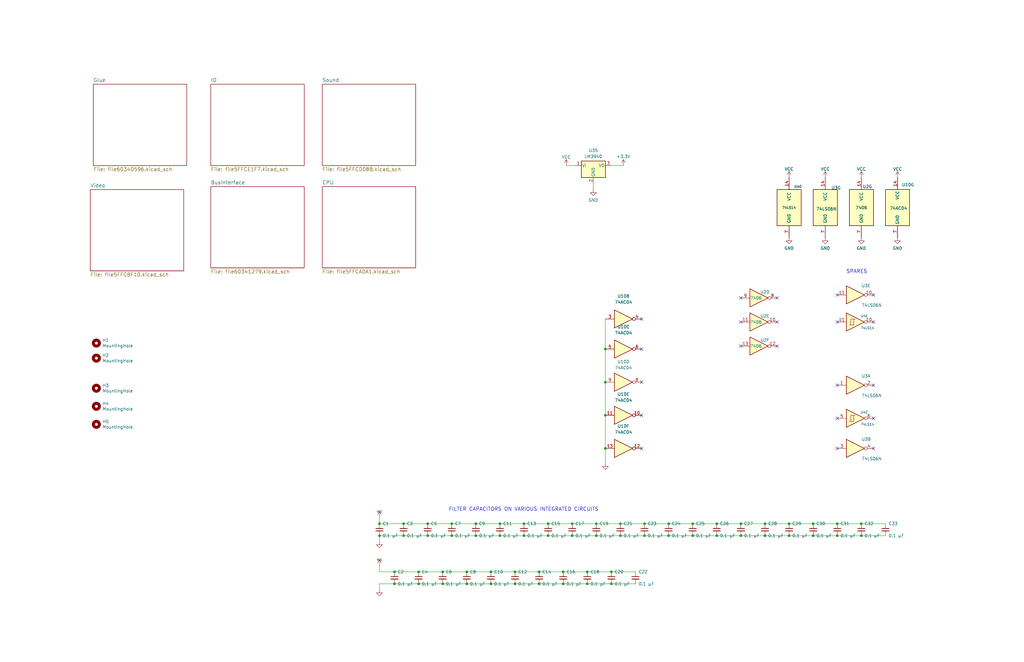
<source format=kicad_sch>
(kicad_sch (version 20230121) (generator eeschema)

  (uuid ca9b74ce-0dee-401c-9544-f599f4cf538d)

  (paper "B")

  (title_block
    (date "23 jan 2013")
  )

  (lib_symbols
    (symbol "74xx:74HC04" (in_bom yes) (on_board yes)
      (property "Reference" "U" (at 0 1.27 0)
        (effects (font (size 1.27 1.27)))
      )
      (property "Value" "74HC04" (at 0 -1.27 0)
        (effects (font (size 1.27 1.27)))
      )
      (property "Footprint" "" (at 0 0 0)
        (effects (font (size 1.27 1.27)) hide)
      )
      (property "Datasheet" "https://assets.nexperia.com/documents/data-sheet/74HC_HCT04.pdf" (at 0 0 0)
        (effects (font (size 1.27 1.27)) hide)
      )
      (property "ki_locked" "" (at 0 0 0)
        (effects (font (size 1.27 1.27)))
      )
      (property "ki_keywords" "HCMOS not inv" (at 0 0 0)
        (effects (font (size 1.27 1.27)) hide)
      )
      (property "ki_description" "Hex Inverter" (at 0 0 0)
        (effects (font (size 1.27 1.27)) hide)
      )
      (property "ki_fp_filters" "DIP*W7.62mm* SSOP?14* TSSOP?14*" (at 0 0 0)
        (effects (font (size 1.27 1.27)) hide)
      )
      (symbol "74HC04_1_0"
        (polyline
          (pts
            (xy -3.81 3.81)
            (xy -3.81 -3.81)
            (xy 3.81 0)
            (xy -3.81 3.81)
          )
          (stroke (width 0.254) (type default))
          (fill (type background))
        )
        (pin input line (at -7.62 0 0) (length 3.81)
          (name "~" (effects (font (size 1.27 1.27))))
          (number "1" (effects (font (size 1.27 1.27))))
        )
        (pin output inverted (at 7.62 0 180) (length 3.81)
          (name "~" (effects (font (size 1.27 1.27))))
          (number "2" (effects (font (size 1.27 1.27))))
        )
      )
      (symbol "74HC04_2_0"
        (polyline
          (pts
            (xy -3.81 3.81)
            (xy -3.81 -3.81)
            (xy 3.81 0)
            (xy -3.81 3.81)
          )
          (stroke (width 0.254) (type default))
          (fill (type background))
        )
        (pin input line (at -7.62 0 0) (length 3.81)
          (name "~" (effects (font (size 1.27 1.27))))
          (number "3" (effects (font (size 1.27 1.27))))
        )
        (pin output inverted (at 7.62 0 180) (length 3.81)
          (name "~" (effects (font (size 1.27 1.27))))
          (number "4" (effects (font (size 1.27 1.27))))
        )
      )
      (symbol "74HC04_3_0"
        (polyline
          (pts
            (xy -3.81 3.81)
            (xy -3.81 -3.81)
            (xy 3.81 0)
            (xy -3.81 3.81)
          )
          (stroke (width 0.254) (type default))
          (fill (type background))
        )
        (pin input line (at -7.62 0 0) (length 3.81)
          (name "~" (effects (font (size 1.27 1.27))))
          (number "5" (effects (font (size 1.27 1.27))))
        )
        (pin output inverted (at 7.62 0 180) (length 3.81)
          (name "~" (effects (font (size 1.27 1.27))))
          (number "6" (effects (font (size 1.27 1.27))))
        )
      )
      (symbol "74HC04_4_0"
        (polyline
          (pts
            (xy -3.81 3.81)
            (xy -3.81 -3.81)
            (xy 3.81 0)
            (xy -3.81 3.81)
          )
          (stroke (width 0.254) (type default))
          (fill (type background))
        )
        (pin output inverted (at 7.62 0 180) (length 3.81)
          (name "~" (effects (font (size 1.27 1.27))))
          (number "8" (effects (font (size 1.27 1.27))))
        )
        (pin input line (at -7.62 0 0) (length 3.81)
          (name "~" (effects (font (size 1.27 1.27))))
          (number "9" (effects (font (size 1.27 1.27))))
        )
      )
      (symbol "74HC04_5_0"
        (polyline
          (pts
            (xy -3.81 3.81)
            (xy -3.81 -3.81)
            (xy 3.81 0)
            (xy -3.81 3.81)
          )
          (stroke (width 0.254) (type default))
          (fill (type background))
        )
        (pin output inverted (at 7.62 0 180) (length 3.81)
          (name "~" (effects (font (size 1.27 1.27))))
          (number "10" (effects (font (size 1.27 1.27))))
        )
        (pin input line (at -7.62 0 0) (length 3.81)
          (name "~" (effects (font (size 1.27 1.27))))
          (number "11" (effects (font (size 1.27 1.27))))
        )
      )
      (symbol "74HC04_6_0"
        (polyline
          (pts
            (xy -3.81 3.81)
            (xy -3.81 -3.81)
            (xy 3.81 0)
            (xy -3.81 3.81)
          )
          (stroke (width 0.254) (type default))
          (fill (type background))
        )
        (pin output inverted (at 7.62 0 180) (length 3.81)
          (name "~" (effects (font (size 1.27 1.27))))
          (number "12" (effects (font (size 1.27 1.27))))
        )
        (pin input line (at -7.62 0 0) (length 3.81)
          (name "~" (effects (font (size 1.27 1.27))))
          (number "13" (effects (font (size 1.27 1.27))))
        )
      )
      (symbol "74HC04_7_0"
        (pin power_in line (at 0 12.7 270) (length 5.08)
          (name "VCC" (effects (font (size 1.27 1.27))))
          (number "14" (effects (font (size 1.27 1.27))))
        )
        (pin power_in line (at 0 -12.7 90) (length 5.08)
          (name "GND" (effects (font (size 1.27 1.27))))
          (number "7" (effects (font (size 1.27 1.27))))
        )
      )
      (symbol "74HC04_7_1"
        (rectangle (start -5.08 7.62) (end 5.08 -7.62)
          (stroke (width 0.254) (type default))
          (fill (type background))
        )
      )
    )
    (symbol "74xx:74LS06N" (pin_names (offset 1.016)) (in_bom yes) (on_board yes)
      (property "Reference" "U" (at 0 1.27 0)
        (effects (font (size 1.27 1.27)))
      )
      (property "Value" "74LS06N" (at 0 -1.27 0)
        (effects (font (size 1.27 1.27)))
      )
      (property "Footprint" "" (at 0 0 0)
        (effects (font (size 1.27 1.27)) hide)
      )
      (property "Datasheet" "http://www.ti.com/lit/gpn/sn74LS06N" (at 0 0 0)
        (effects (font (size 1.27 1.27)) hide)
      )
      (property "ki_locked" "" (at 0 0 0)
        (effects (font (size 1.27 1.27)))
      )
      (property "ki_keywords" "TTL not inv OpenCol" (at 0 0 0)
        (effects (font (size 1.27 1.27)) hide)
      )
      (property "ki_description" "Inverter Open Collect" (at 0 0 0)
        (effects (font (size 1.27 1.27)) hide)
      )
      (property "ki_fp_filters" "DIP*W7.62mm*" (at 0 0 0)
        (effects (font (size 1.27 1.27)) hide)
      )
      (symbol "74LS06N_1_0"
        (polyline
          (pts
            (xy -3.81 3.81)
            (xy -3.81 -3.81)
            (xy 3.81 0)
            (xy -3.81 3.81)
          )
          (stroke (width 0.254) (type default))
          (fill (type background))
        )
        (pin input line (at -7.62 0 0) (length 3.81)
          (name "~" (effects (font (size 1.27 1.27))))
          (number "1" (effects (font (size 1.27 1.27))))
        )
        (pin open_collector inverted (at 7.62 0 180) (length 3.81)
          (name "~" (effects (font (size 1.27 1.27))))
          (number "2" (effects (font (size 1.27 1.27))))
        )
      )
      (symbol "74LS06N_2_0"
        (polyline
          (pts
            (xy -3.81 3.81)
            (xy -3.81 -3.81)
            (xy 3.81 0)
            (xy -3.81 3.81)
          )
          (stroke (width 0.254) (type default))
          (fill (type background))
        )
        (pin input line (at -7.62 0 0) (length 3.81)
          (name "~" (effects (font (size 1.27 1.27))))
          (number "3" (effects (font (size 1.27 1.27))))
        )
        (pin open_collector inverted (at 7.62 0 180) (length 3.81)
          (name "~" (effects (font (size 1.27 1.27))))
          (number "4" (effects (font (size 1.27 1.27))))
        )
      )
      (symbol "74LS06N_3_0"
        (polyline
          (pts
            (xy -3.81 3.81)
            (xy -3.81 -3.81)
            (xy 3.81 0)
            (xy -3.81 3.81)
          )
          (stroke (width 0.254) (type default))
          (fill (type background))
        )
        (pin input line (at -7.62 0 0) (length 3.81)
          (name "~" (effects (font (size 1.27 1.27))))
          (number "5" (effects (font (size 1.27 1.27))))
        )
        (pin open_collector inverted (at 7.62 0 180) (length 3.81)
          (name "~" (effects (font (size 1.27 1.27))))
          (number "6" (effects (font (size 1.27 1.27))))
        )
      )
      (symbol "74LS06N_4_0"
        (polyline
          (pts
            (xy -3.81 3.81)
            (xy -3.81 -3.81)
            (xy 3.81 0)
            (xy -3.81 3.81)
          )
          (stroke (width 0.254) (type default))
          (fill (type background))
        )
        (pin open_collector inverted (at 7.62 0 180) (length 3.81)
          (name "~" (effects (font (size 1.27 1.27))))
          (number "8" (effects (font (size 1.27 1.27))))
        )
        (pin input line (at -7.62 0 0) (length 3.81)
          (name "~" (effects (font (size 1.27 1.27))))
          (number "9" (effects (font (size 1.27 1.27))))
        )
      )
      (symbol "74LS06N_5_0"
        (polyline
          (pts
            (xy -3.81 3.81)
            (xy -3.81 -3.81)
            (xy 3.81 0)
            (xy -3.81 3.81)
          )
          (stroke (width 0.254) (type default))
          (fill (type background))
        )
        (pin open_collector inverted (at 7.62 0 180) (length 3.81)
          (name "~" (effects (font (size 1.27 1.27))))
          (number "10" (effects (font (size 1.27 1.27))))
        )
        (pin input line (at -7.62 0 0) (length 3.81)
          (name "~" (effects (font (size 1.27 1.27))))
          (number "11" (effects (font (size 1.27 1.27))))
        )
      )
      (symbol "74LS06N_6_0"
        (polyline
          (pts
            (xy -3.81 3.81)
            (xy -3.81 -3.81)
            (xy 3.81 0)
            (xy -3.81 3.81)
          )
          (stroke (width 0.254) (type default))
          (fill (type background))
        )
        (pin open_collector inverted (at 7.62 0 180) (length 3.81)
          (name "~" (effects (font (size 1.27 1.27))))
          (number "12" (effects (font (size 1.27 1.27))))
        )
        (pin input line (at -7.62 0 0) (length 3.81)
          (name "~" (effects (font (size 1.27 1.27))))
          (number "13" (effects (font (size 1.27 1.27))))
        )
      )
      (symbol "74LS06N_7_0"
        (pin power_in line (at 0 12.7 270) (length 5.08)
          (name "VCC" (effects (font (size 1.27 1.27))))
          (number "14" (effects (font (size 1.27 1.27))))
        )
        (pin power_in line (at 0 -12.7 90) (length 5.08)
          (name "GND" (effects (font (size 1.27 1.27))))
          (number "7" (effects (font (size 1.27 1.27))))
        )
      )
      (symbol "74LS06N_7_1"
        (rectangle (start -5.08 7.62) (end 5.08 -7.62)
          (stroke (width 0.254) (type default))
          (fill (type background))
        )
      )
    )
    (symbol "74xx:74LS14" (pin_names (offset 1.016)) (in_bom yes) (on_board yes)
      (property "Reference" "U" (at 0 1.27 0)
        (effects (font (size 1.27 1.27)))
      )
      (property "Value" "74LS14" (at 0 -1.27 0)
        (effects (font (size 1.27 1.27)))
      )
      (property "Footprint" "" (at 0 0 0)
        (effects (font (size 1.27 1.27)) hide)
      )
      (property "Datasheet" "http://www.ti.com/lit/gpn/sn74LS14" (at 0 0 0)
        (effects (font (size 1.27 1.27)) hide)
      )
      (property "ki_locked" "" (at 0 0 0)
        (effects (font (size 1.27 1.27)))
      )
      (property "ki_keywords" "TTL not inverter" (at 0 0 0)
        (effects (font (size 1.27 1.27)) hide)
      )
      (property "ki_description" "Hex inverter schmitt trigger" (at 0 0 0)
        (effects (font (size 1.27 1.27)) hide)
      )
      (property "ki_fp_filters" "DIP*W7.62mm*" (at 0 0 0)
        (effects (font (size 1.27 1.27)) hide)
      )
      (symbol "74LS14_1_0"
        (polyline
          (pts
            (xy -3.81 3.81)
            (xy -3.81 -3.81)
            (xy 3.81 0)
            (xy -3.81 3.81)
          )
          (stroke (width 0.254) (type default))
          (fill (type background))
        )
        (pin input line (at -7.62 0 0) (length 3.81)
          (name "~" (effects (font (size 1.27 1.27))))
          (number "1" (effects (font (size 1.27 1.27))))
        )
        (pin output inverted (at 7.62 0 180) (length 3.81)
          (name "~" (effects (font (size 1.27 1.27))))
          (number "2" (effects (font (size 1.27 1.27))))
        )
      )
      (symbol "74LS14_1_1"
        (polyline
          (pts
            (xy -1.905 -1.27)
            (xy -1.905 1.27)
            (xy -0.635 1.27)
          )
          (stroke (width 0) (type default))
          (fill (type none))
        )
        (polyline
          (pts
            (xy -2.54 -1.27)
            (xy -0.635 -1.27)
            (xy -0.635 1.27)
            (xy 0 1.27)
          )
          (stroke (width 0) (type default))
          (fill (type none))
        )
      )
      (symbol "74LS14_2_0"
        (polyline
          (pts
            (xy -3.81 3.81)
            (xy -3.81 -3.81)
            (xy 3.81 0)
            (xy -3.81 3.81)
          )
          (stroke (width 0.254) (type default))
          (fill (type background))
        )
        (pin input line (at -7.62 0 0) (length 3.81)
          (name "~" (effects (font (size 1.27 1.27))))
          (number "3" (effects (font (size 1.27 1.27))))
        )
        (pin output inverted (at 7.62 0 180) (length 3.81)
          (name "~" (effects (font (size 1.27 1.27))))
          (number "4" (effects (font (size 1.27 1.27))))
        )
      )
      (symbol "74LS14_2_1"
        (polyline
          (pts
            (xy -1.905 -1.27)
            (xy -1.905 1.27)
            (xy -0.635 1.27)
          )
          (stroke (width 0) (type default))
          (fill (type none))
        )
        (polyline
          (pts
            (xy -2.54 -1.27)
            (xy -0.635 -1.27)
            (xy -0.635 1.27)
            (xy 0 1.27)
          )
          (stroke (width 0) (type default))
          (fill (type none))
        )
      )
      (symbol "74LS14_3_0"
        (polyline
          (pts
            (xy -3.81 3.81)
            (xy -3.81 -3.81)
            (xy 3.81 0)
            (xy -3.81 3.81)
          )
          (stroke (width 0.254) (type default))
          (fill (type background))
        )
        (pin input line (at -7.62 0 0) (length 3.81)
          (name "~" (effects (font (size 1.27 1.27))))
          (number "5" (effects (font (size 1.27 1.27))))
        )
        (pin output inverted (at 7.62 0 180) (length 3.81)
          (name "~" (effects (font (size 1.27 1.27))))
          (number "6" (effects (font (size 1.27 1.27))))
        )
      )
      (symbol "74LS14_3_1"
        (polyline
          (pts
            (xy -1.905 -1.27)
            (xy -1.905 1.27)
            (xy -0.635 1.27)
          )
          (stroke (width 0) (type default))
          (fill (type none))
        )
        (polyline
          (pts
            (xy -2.54 -1.27)
            (xy -0.635 -1.27)
            (xy -0.635 1.27)
            (xy 0 1.27)
          )
          (stroke (width 0) (type default))
          (fill (type none))
        )
      )
      (symbol "74LS14_4_0"
        (polyline
          (pts
            (xy -3.81 3.81)
            (xy -3.81 -3.81)
            (xy 3.81 0)
            (xy -3.81 3.81)
          )
          (stroke (width 0.254) (type default))
          (fill (type background))
        )
        (pin output inverted (at 7.62 0 180) (length 3.81)
          (name "~" (effects (font (size 1.27 1.27))))
          (number "8" (effects (font (size 1.27 1.27))))
        )
        (pin input line (at -7.62 0 0) (length 3.81)
          (name "~" (effects (font (size 1.27 1.27))))
          (number "9" (effects (font (size 1.27 1.27))))
        )
      )
      (symbol "74LS14_4_1"
        (polyline
          (pts
            (xy -1.905 -1.27)
            (xy -1.905 1.27)
            (xy -0.635 1.27)
          )
          (stroke (width 0) (type default))
          (fill (type none))
        )
        (polyline
          (pts
            (xy -2.54 -1.27)
            (xy -0.635 -1.27)
            (xy -0.635 1.27)
            (xy 0 1.27)
          )
          (stroke (width 0) (type default))
          (fill (type none))
        )
      )
      (symbol "74LS14_5_0"
        (polyline
          (pts
            (xy -3.81 3.81)
            (xy -3.81 -3.81)
            (xy 3.81 0)
            (xy -3.81 3.81)
          )
          (stroke (width 0.254) (type default))
          (fill (type background))
        )
        (pin output inverted (at 7.62 0 180) (length 3.81)
          (name "~" (effects (font (size 1.27 1.27))))
          (number "10" (effects (font (size 1.27 1.27))))
        )
        (pin input line (at -7.62 0 0) (length 3.81)
          (name "~" (effects (font (size 1.27 1.27))))
          (number "11" (effects (font (size 1.27 1.27))))
        )
      )
      (symbol "74LS14_5_1"
        (polyline
          (pts
            (xy -1.905 -1.27)
            (xy -1.905 1.27)
            (xy -0.635 1.27)
          )
          (stroke (width 0) (type default))
          (fill (type none))
        )
        (polyline
          (pts
            (xy -2.54 -1.27)
            (xy -0.635 -1.27)
            (xy -0.635 1.27)
            (xy 0 1.27)
          )
          (stroke (width 0) (type default))
          (fill (type none))
        )
      )
      (symbol "74LS14_6_0"
        (polyline
          (pts
            (xy -3.81 3.81)
            (xy -3.81 -3.81)
            (xy 3.81 0)
            (xy -3.81 3.81)
          )
          (stroke (width 0.254) (type default))
          (fill (type background))
        )
        (pin output inverted (at 7.62 0 180) (length 3.81)
          (name "~" (effects (font (size 1.27 1.27))))
          (number "12" (effects (font (size 1.27 1.27))))
        )
        (pin input line (at -7.62 0 0) (length 3.81)
          (name "~" (effects (font (size 1.27 1.27))))
          (number "13" (effects (font (size 1.27 1.27))))
        )
      )
      (symbol "74LS14_6_1"
        (polyline
          (pts
            (xy -1.905 -1.27)
            (xy -1.905 1.27)
            (xy -0.635 1.27)
          )
          (stroke (width 0) (type default))
          (fill (type none))
        )
        (polyline
          (pts
            (xy -2.54 -1.27)
            (xy -0.635 -1.27)
            (xy -0.635 1.27)
            (xy 0 1.27)
          )
          (stroke (width 0) (type default))
          (fill (type none))
        )
      )
      (symbol "74LS14_7_0"
        (pin power_in line (at 0 12.7 270) (length 5.08)
          (name "VCC" (effects (font (size 1.27 1.27))))
          (number "14" (effects (font (size 1.27 1.27))))
        )
        (pin power_in line (at 0 -12.7 90) (length 5.08)
          (name "GND" (effects (font (size 1.27 1.27))))
          (number "7" (effects (font (size 1.27 1.27))))
        )
      )
      (symbol "74LS14_7_1"
        (rectangle (start -5.08 7.62) (end 5.08 -7.62)
          (stroke (width 0.254) (type default))
          (fill (type background))
        )
      )
    )
    (symbol "Device:C_Small" (pin_numbers hide) (pin_names (offset 0.254) hide) (in_bom yes) (on_board yes)
      (property "Reference" "C" (at 0.254 1.778 0)
        (effects (font (size 1.27 1.27)) (justify left))
      )
      (property "Value" "C_Small" (at 0.254 -2.032 0)
        (effects (font (size 1.27 1.27)) (justify left))
      )
      (property "Footprint" "" (at 0 0 0)
        (effects (font (size 1.27 1.27)) hide)
      )
      (property "Datasheet" "~" (at 0 0 0)
        (effects (font (size 1.27 1.27)) hide)
      )
      (property "ki_keywords" "capacitor cap" (at 0 0 0)
        (effects (font (size 1.27 1.27)) hide)
      )
      (property "ki_description" "Unpolarized capacitor, small symbol" (at 0 0 0)
        (effects (font (size 1.27 1.27)) hide)
      )
      (property "ki_fp_filters" "C_*" (at 0 0 0)
        (effects (font (size 1.27 1.27)) hide)
      )
      (symbol "C_Small_0_1"
        (polyline
          (pts
            (xy -1.524 -0.508)
            (xy 1.524 -0.508)
          )
          (stroke (width 0.3302) (type default))
          (fill (type none))
        )
        (polyline
          (pts
            (xy -1.524 0.508)
            (xy 1.524 0.508)
          )
          (stroke (width 0.3048) (type default))
          (fill (type none))
        )
      )
      (symbol "C_Small_1_1"
        (pin passive line (at 0 2.54 270) (length 2.032)
          (name "~" (effects (font (size 1.27 1.27))))
          (number "1" (effects (font (size 1.27 1.27))))
        )
        (pin passive line (at 0 -2.54 90) (length 2.032)
          (name "~" (effects (font (size 1.27 1.27))))
          (number "2" (effects (font (size 1.27 1.27))))
        )
      )
    )
    (symbol "Mechanical:MountingHole" (pin_names (offset 1.016)) (in_bom yes) (on_board yes)
      (property "Reference" "H" (at 0 5.08 0)
        (effects (font (size 1.27 1.27)))
      )
      (property "Value" "MountingHole" (at 0 3.175 0)
        (effects (font (size 1.27 1.27)))
      )
      (property "Footprint" "" (at 0 0 0)
        (effects (font (size 1.27 1.27)) hide)
      )
      (property "Datasheet" "~" (at 0 0 0)
        (effects (font (size 1.27 1.27)) hide)
      )
      (property "ki_keywords" "mounting hole" (at 0 0 0)
        (effects (font (size 1.27 1.27)) hide)
      )
      (property "ki_description" "Mounting Hole without connection" (at 0 0 0)
        (effects (font (size 1.27 1.27)) hide)
      )
      (property "ki_fp_filters" "MountingHole*" (at 0 0 0)
        (effects (font (size 1.27 1.27)) hide)
      )
      (symbol "MountingHole_0_1"
        (circle (center 0 0) (radius 1.27)
          (stroke (width 1.27) (type default))
          (fill (type none))
        )
      )
    )
    (symbol "Regulator_Linear:LM2937xT" (pin_names (offset 0.254)) (in_bom yes) (on_board yes)
      (property "Reference" "U" (at -3.81 3.175 0)
        (effects (font (size 1.27 1.27)))
      )
      (property "Value" "LM2937xT" (at 0 3.175 0)
        (effects (font (size 1.27 1.27)) (justify left))
      )
      (property "Footprint" "Package_TO_SOT_THT:TO-220-3_Vertical" (at 0 5.715 0)
        (effects (font (size 1.27 1.27) italic) hide)
      )
      (property "Datasheet" "http://www.ti.com/lit/ds/symlink/lm2937.pdf" (at 0 -1.27 0)
        (effects (font (size 1.27 1.27)) hide)
      )
      (property "ki_keywords" "Voltage Regulator Low Dropuout Positive LDO" (at 0 0 0)
        (effects (font (size 1.27 1.27)) hide)
      )
      (property "ki_description" "500-mA Low Dropout Regulator, TO-220" (at 0 0 0)
        (effects (font (size 1.27 1.27)) hide)
      )
      (property "ki_fp_filters" "TO?220*" (at 0 0 0)
        (effects (font (size 1.27 1.27)) hide)
      )
      (symbol "LM2937xT_0_1"
        (rectangle (start -5.08 1.905) (end 5.08 -5.08)
          (stroke (width 0.254) (type default))
          (fill (type background))
        )
      )
      (symbol "LM2937xT_1_1"
        (pin power_in line (at -7.62 0 0) (length 2.54)
          (name "VI" (effects (font (size 1.27 1.27))))
          (number "1" (effects (font (size 1.27 1.27))))
        )
        (pin power_in line (at 0 -7.62 90) (length 2.54)
          (name "GND" (effects (font (size 1.27 1.27))))
          (number "2" (effects (font (size 1.27 1.27))))
        )
        (pin power_out line (at 7.62 0 180) (length 2.54)
          (name "VO" (effects (font (size 1.27 1.27))))
          (number "3" (effects (font (size 1.27 1.27))))
        )
      )
    )
    (symbol "power:+3.3V" (power) (pin_names (offset 0)) (in_bom yes) (on_board yes)
      (property "Reference" "#PWR" (at 0 -3.81 0)
        (effects (font (size 1.27 1.27)) hide)
      )
      (property "Value" "+3.3V" (at 0 3.556 0)
        (effects (font (size 1.27 1.27)))
      )
      (property "Footprint" "" (at 0 0 0)
        (effects (font (size 1.27 1.27)) hide)
      )
      (property "Datasheet" "" (at 0 0 0)
        (effects (font (size 1.27 1.27)) hide)
      )
      (property "ki_keywords" "global power" (at 0 0 0)
        (effects (font (size 1.27 1.27)) hide)
      )
      (property "ki_description" "Power symbol creates a global label with name \"+3.3V\"" (at 0 0 0)
        (effects (font (size 1.27 1.27)) hide)
      )
      (symbol "+3.3V_0_1"
        (polyline
          (pts
            (xy -0.762 1.27)
            (xy 0 2.54)
          )
          (stroke (width 0) (type default))
          (fill (type none))
        )
        (polyline
          (pts
            (xy 0 0)
            (xy 0 2.54)
          )
          (stroke (width 0) (type default))
          (fill (type none))
        )
        (polyline
          (pts
            (xy 0 2.54)
            (xy 0.762 1.27)
          )
          (stroke (width 0) (type default))
          (fill (type none))
        )
      )
      (symbol "+3.3V_1_1"
        (pin power_in line (at 0 0 90) (length 0) hide
          (name "+3.3V" (effects (font (size 1.27 1.27))))
          (number "1" (effects (font (size 1.27 1.27))))
        )
      )
    )
    (symbol "power:GND" (power) (pin_names (offset 0)) (in_bom yes) (on_board yes)
      (property "Reference" "#PWR" (at 0 -6.35 0)
        (effects (font (size 1.27 1.27)) hide)
      )
      (property "Value" "GND" (at 0 -3.81 0)
        (effects (font (size 1.27 1.27)))
      )
      (property "Footprint" "" (at 0 0 0)
        (effects (font (size 1.27 1.27)) hide)
      )
      (property "Datasheet" "" (at 0 0 0)
        (effects (font (size 1.27 1.27)) hide)
      )
      (property "ki_keywords" "global power" (at 0 0 0)
        (effects (font (size 1.27 1.27)) hide)
      )
      (property "ki_description" "Power symbol creates a global label with name \"GND\" , ground" (at 0 0 0)
        (effects (font (size 1.27 1.27)) hide)
      )
      (symbol "GND_0_1"
        (polyline
          (pts
            (xy 0 0)
            (xy 0 -1.27)
            (xy 1.27 -1.27)
            (xy 0 -2.54)
            (xy -1.27 -1.27)
            (xy 0 -1.27)
          )
          (stroke (width 0) (type default))
          (fill (type none))
        )
      )
      (symbol "GND_1_1"
        (pin power_in line (at 0 0 270) (length 0) hide
          (name "GND" (effects (font (size 1.27 1.27))))
          (number "1" (effects (font (size 1.27 1.27))))
        )
      )
    )
    (symbol "power:VCC" (power) (pin_names (offset 0)) (in_bom yes) (on_board yes)
      (property "Reference" "#PWR" (at 0 -3.81 0)
        (effects (font (size 1.27 1.27)) hide)
      )
      (property "Value" "VCC" (at 0 3.81 0)
        (effects (font (size 1.27 1.27)))
      )
      (property "Footprint" "" (at 0 0 0)
        (effects (font (size 1.27 1.27)) hide)
      )
      (property "Datasheet" "" (at 0 0 0)
        (effects (font (size 1.27 1.27)) hide)
      )
      (property "ki_keywords" "global power" (at 0 0 0)
        (effects (font (size 1.27 1.27)) hide)
      )
      (property "ki_description" "Power symbol creates a global label with name \"VCC\"" (at 0 0 0)
        (effects (font (size 1.27 1.27)) hide)
      )
      (symbol "VCC_0_1"
        (polyline
          (pts
            (xy -0.762 1.27)
            (xy 0 2.54)
          )
          (stroke (width 0) (type default))
          (fill (type none))
        )
        (polyline
          (pts
            (xy 0 0)
            (xy 0 2.54)
          )
          (stroke (width 0) (type default))
          (fill (type none))
        )
        (polyline
          (pts
            (xy 0 2.54)
            (xy 0.762 1.27)
          )
          (stroke (width 0) (type default))
          (fill (type none))
        )
      )
      (symbol "VCC_1_1"
        (pin power_in line (at 0 0 90) (length 0) hide
          (name "VCC" (effects (font (size 1.27 1.27))))
          (number "1" (effects (font (size 1.27 1.27))))
        )
      )
    )
  )

  (junction (at 196.85 241.3) (diameter 0) (color 0 0 0 0)
    (uuid 06cba4fa-1d59-40c6-8f46-f9c8b384c467)
  )
  (junction (at 353.06 220.98) (diameter 0) (color 0 0 0 0)
    (uuid 0766fbf1-c074-4b86-93ef-bc71eb663289)
  )
  (junction (at 255.27 161.29) (diameter 0) (color 0 0 0 0)
    (uuid 09f50309-5753-4fac-ab93-29f06a34e02f)
  )
  (junction (at 231.14 220.98) (diameter 0) (color 0 0 0 0)
    (uuid 0bd4eb14-ce0a-4d67-85f4-7613033a51a1)
  )
  (junction (at 353.06 226.06) (diameter 0) (color 0 0 0 0)
    (uuid 0f5a9d06-1de9-434b-a849-d0a5219cd3b1)
  )
  (junction (at 241.3 220.98) (diameter 0) (color 0 0 0 0)
    (uuid 16267a37-e0a9-455b-a59a-aa1a3e65a22e)
  )
  (junction (at 292.1 220.98) (diameter 0) (color 0 0 0 0)
    (uuid 16f80d61-f40a-4e18-a302-c8444410a02e)
  )
  (junction (at 241.3 226.06) (diameter 0) (color 0 0 0 0)
    (uuid 1e324abe-8b53-4874-98ae-59d397e42843)
  )
  (junction (at 332.74 226.06) (diameter 0) (color 0 0 0 0)
    (uuid 1f12d84f-2db6-47c8-97d7-a7aa03edbc16)
  )
  (junction (at 176.53 241.3) (diameter 0) (color 0 0 0 0)
    (uuid 2768d1a2-b05b-4570-ac78-eaaaa6cc2b4b)
  )
  (junction (at 166.37 241.3) (diameter 0) (color 0 0 0 0)
    (uuid 302099f0-fe31-470c-8e33-27b0ab86a5b8)
  )
  (junction (at 220.98 220.98) (diameter 0) (color 0 0 0 0)
    (uuid 306ded47-876d-422f-bd93-5cbd98c0a6b4)
  )
  (junction (at 207.01 241.3) (diameter 0) (color 0 0 0 0)
    (uuid 3145e7c0-4671-420c-938e-9ff1921f537c)
  )
  (junction (at 160.02 220.98) (diameter 0) (color 0 0 0 0)
    (uuid 36bb44a2-5061-4563-ac7a-9bdd71c8416f)
  )
  (junction (at 190.5 220.98) (diameter 0) (color 0 0 0 0)
    (uuid 398e7864-432b-4e91-aa47-01adedfdb608)
  )
  (junction (at 363.22 220.98) (diameter 0) (color 0 0 0 0)
    (uuid 3d913d08-9f2b-45e8-9eb8-57056779a457)
  )
  (junction (at 271.78 220.98) (diameter 0) (color 0 0 0 0)
    (uuid 44985bda-c8d7-4915-8812-c11eb5f05775)
  )
  (junction (at 220.98 226.06) (diameter 0) (color 0 0 0 0)
    (uuid 46dffbb9-b2b3-492d-a144-5baa660d5830)
  )
  (junction (at 200.66 226.06) (diameter 0) (color 0 0 0 0)
    (uuid 46f05636-cee4-4f9a-9608-d4abf9f0593c)
  )
  (junction (at 217.17 241.3) (diameter 0) (color 0 0 0 0)
    (uuid 48c1a7cf-3632-4417-9aa6-5bba6b17148e)
  )
  (junction (at 312.42 226.06) (diameter 0) (color 0 0 0 0)
    (uuid 4dd8465b-d120-4361-8739-262ecc42df5f)
  )
  (junction (at 160.02 226.06) (diameter 0) (color 0 0 0 0)
    (uuid 4fb2577d-2e1c-480c-9060-124510b35053)
  )
  (junction (at 210.82 220.98) (diameter 0) (color 0 0 0 0)
    (uuid 510fc82e-6990-467f-8ef9-db71eb751b98)
  )
  (junction (at 281.94 220.98) (diameter 0) (color 0 0 0 0)
    (uuid 5186b4d7-0738-4170-ae45-d8fc4dcc1d36)
  )
  (junction (at 251.46 226.06) (diameter 0) (color 0 0 0 0)
    (uuid 5643067a-e57a-4abd-a86e-61c3c521640f)
  )
  (junction (at 342.9 226.06) (diameter 0) (color 0 0 0 0)
    (uuid 58ae5417-40ac-4ae1-aeaa-cd40fd3062a8)
  )
  (junction (at 186.69 246.38) (diameter 0) (color 0 0 0 0)
    (uuid 5ecf0e66-bf86-4e99-8938-efb1f78b487c)
  )
  (junction (at 231.14 226.06) (diameter 0) (color 0 0 0 0)
    (uuid 62788fd9-e990-417b-89c1-4f3be9bf1b0f)
  )
  (junction (at 342.9 220.98) (diameter 0) (color 0 0 0 0)
    (uuid 63f5609f-163f-41a0-8f0a-2ff30f475644)
  )
  (junction (at 251.46 220.98) (diameter 0) (color 0 0 0 0)
    (uuid 6b84ba43-b897-464c-8352-fa013b23da6e)
  )
  (junction (at 312.42 220.98) (diameter 0) (color 0 0 0 0)
    (uuid 6e2dfd0e-93a2-4db8-954c-5ce26e3ac13c)
  )
  (junction (at 257.81 241.3) (diameter 0) (color 0 0 0 0)
    (uuid 6e900b96-be9c-419e-aa16-11a2dfca5e35)
  )
  (junction (at 255.27 175.26) (diameter 0) (color 0 0 0 0)
    (uuid 71f24544-f2d6-41f1-9d80-79c1ca25ada2)
  )
  (junction (at 332.74 220.98) (diameter 0) (color 0 0 0 0)
    (uuid 72181eae-92ec-4d1b-99a5-1289abc60558)
  )
  (junction (at 227.33 241.3) (diameter 0) (color 0 0 0 0)
    (uuid 73e45e2d-d0d5-47d4-98a3-cc4ed1206dfd)
  )
  (junction (at 255.27 189.23) (diameter 0) (color 0 0 0 0)
    (uuid 7bf3ee6e-4af3-4b6b-abc2-42ee5d9791cc)
  )
  (junction (at 170.18 220.98) (diameter 0) (color 0 0 0 0)
    (uuid 82839db7-c0f5-4ce9-a8e5-dc6a6e28a678)
  )
  (junction (at 247.65 246.38) (diameter 0) (color 0 0 0 0)
    (uuid 8f148281-1a17-4793-a642-2e7c372f10e0)
  )
  (junction (at 292.1 226.06) (diameter 0) (color 0 0 0 0)
    (uuid 8ff9b1d3-549c-4f46-b439-d82cdc191840)
  )
  (junction (at 200.66 220.98) (diameter 0) (color 0 0 0 0)
    (uuid 8fff6d3d-2c9e-48ae-b715-1869a736bced)
  )
  (junction (at 176.53 246.38) (diameter 0) (color 0 0 0 0)
    (uuid 9063d3d0-c562-45c8-86dc-25d70647cc9a)
  )
  (junction (at 210.82 226.06) (diameter 0) (color 0 0 0 0)
    (uuid 96a222fd-2a61-44d4-b50e-4e80a33c8617)
  )
  (junction (at 207.01 246.38) (diameter 0) (color 0 0 0 0)
    (uuid 97137b83-d084-40c9-b55b-f23b133ed317)
  )
  (junction (at 302.26 226.06) (diameter 0) (color 0 0 0 0)
    (uuid 978a2feb-e30c-4145-9131-7c489406e2e7)
  )
  (junction (at 237.49 246.38) (diameter 0) (color 0 0 0 0)
    (uuid 98222cf2-5764-426b-8457-02ee07df869b)
  )
  (junction (at 281.94 226.06) (diameter 0) (color 0 0 0 0)
    (uuid 9957a787-a00a-43bc-b5c8-e432ce62c167)
  )
  (junction (at 166.37 246.38) (diameter 0) (color 0 0 0 0)
    (uuid 9e724dda-e57c-4b7d-931a-110241c8bd63)
  )
  (junction (at 237.49 241.3) (diameter 0) (color 0 0 0 0)
    (uuid a071c930-c93e-45f8-a810-5d9126b27e37)
  )
  (junction (at 180.34 226.06) (diameter 0) (color 0 0 0 0)
    (uuid a6abe97d-3042-40f9-b3e2-fd3f2fb5b4ee)
  )
  (junction (at 261.62 226.06) (diameter 0) (color 0 0 0 0)
    (uuid aa3eb55e-64a4-498e-990c-f905384ddbad)
  )
  (junction (at 322.58 226.06) (diameter 0) (color 0 0 0 0)
    (uuid acfc2484-c252-44c4-bd60-9a4cb1153c32)
  )
  (junction (at 363.22 226.06) (diameter 0) (color 0 0 0 0)
    (uuid ad50fa79-719e-4c37-9a7e-f63465e1d6ee)
  )
  (junction (at 322.58 220.98) (diameter 0) (color 0 0 0 0)
    (uuid b0282f3c-f32c-4378-a661-d0beac439189)
  )
  (junction (at 227.33 246.38) (diameter 0) (color 0 0 0 0)
    (uuid b3f2a72b-86ac-4dc9-acf6-8279894d26af)
  )
  (junction (at 255.27 147.32) (diameter 0) (color 0 0 0 0)
    (uuid cb0b7e21-91b1-45cd-80b2-e906e59eb941)
  )
  (junction (at 271.78 226.06) (diameter 0) (color 0 0 0 0)
    (uuid cd903cab-ee31-4192-ab3d-852cf72287ba)
  )
  (junction (at 261.62 220.98) (diameter 0) (color 0 0 0 0)
    (uuid d3b4e546-0ee5-4036-b34e-215122626dea)
  )
  (junction (at 190.5 226.06) (diameter 0) (color 0 0 0 0)
    (uuid d3ea9316-a738-4d6a-9f01-87afd3f2eccb)
  )
  (junction (at 170.18 226.06) (diameter 0) (color 0 0 0 0)
    (uuid d9cf2d61-3126-40fe-a66d-ae5145f94be8)
  )
  (junction (at 257.81 246.38) (diameter 0) (color 0 0 0 0)
    (uuid db62b381-4793-4a4c-a90e-1e432ed999ea)
  )
  (junction (at 217.17 246.38) (diameter 0) (color 0 0 0 0)
    (uuid dc9b3215-0e35-4266-9a67-e80964d515f5)
  )
  (junction (at 247.65 241.3) (diameter 0) (color 0 0 0 0)
    (uuid df0f58f3-5d51-4bc1-b737-6e12c8f8a46f)
  )
  (junction (at 186.69 241.3) (diameter 0) (color 0 0 0 0)
    (uuid e8da473c-8f59-4192-af4f-af4f4c997e87)
  )
  (junction (at 180.34 220.98) (diameter 0) (color 0 0 0 0)
    (uuid ecdb626f-b65d-4f13-82a6-3deb560cca91)
  )
  (junction (at 302.26 220.98) (diameter 0) (color 0 0 0 0)
    (uuid ed906d8f-c690-45b9-b6a9-8f13d6ea8977)
  )
  (junction (at 196.85 246.38) (diameter 0) (color 0 0 0 0)
    (uuid ef8fd4cc-a3fe-4839-8f20-2d3b6c4b8190)
  )

  (no_connect (at 270.51 175.26) (uuid 200edb36-7ebc-4803-bba4-da2c234d54da))
  (no_connect (at 368.3 162.56) (uuid 21573090-1953-4b11-9042-108ae79fe9c5))
  (no_connect (at 312.42 125.73) (uuid 2e36ce87-4661-4b8f-956a-16dc559e1b50))
  (no_connect (at 368.3 176.53) (uuid 2fba9111-f9b9-4826-81a9-961f1d9187d9))
  (no_connect (at 353.06 135.89) (uuid 386faf3f-2adf-472a-84bf-bd511edf2429))
  (no_connect (at 353.06 176.53) (uuid 42cb28a2-83b9-410d-9a2d-b4de674d293e))
  (no_connect (at 312.42 135.89) (uuid 4d3a1f72-d521-46ae-8fe1-3f8221038335))
  (no_connect (at 368.3 189.23) (uuid 5a418ca5-44f3-44f1-a0ed-932230a338ee))
  (no_connect (at 312.42 146.05) (uuid 6316acb7-63a1-40e7-8695-2822d4a240b5))
  (no_connect (at 327.66 125.73) (uuid 6e9883d7-9642-4425-a248-b92a09f0624c))
  (no_connect (at 270.51 189.23) (uuid 70390766-659f-4b06-a582-b2bafa01eea4))
  (no_connect (at 368.3 124.46) (uuid 72366acb-6c86-4134-89df-01ed6e4dc8e0))
  (no_connect (at 270.51 134.62) (uuid af7e9aae-1aae-4a43-93c1-57847e0ed737))
  (no_connect (at 353.06 162.56) (uuid b547dd70-2ea7-4cfd-a1ee-911561975d81))
  (no_connect (at 327.66 135.89) (uuid b66731e7-61d5-4447-bf6a-e91a62b82298))
  (no_connect (at 270.51 161.29) (uuid bd030881-d2b7-4f64-b301-c1f5ed8fffd5))
  (no_connect (at 270.51 147.32) (uuid c267869d-b536-4c12-a070-d6a1cf2039da))
  (no_connect (at 327.66 146.05) (uuid c56bbebe-0c9a-418d-911e-b8ba7c53125d))
  (no_connect (at 353.06 189.23) (uuid c8fcee9a-c74b-4491-9393-ae1c65f5849a))
  (no_connect (at 368.3 135.89) (uuid de552ae9-cde6-4643-8cc7-9de2579dadae))
  (no_connect (at 353.06 124.46) (uuid f934a442-23d6-4e5b-908f-bb9199ad6f8b))

  (wire (pts (xy 302.26 220.98) (xy 312.42 220.98))
    (stroke (width 0) (type default))
    (uuid 0222885a-02a9-4d2c-a585-46b3f7423e8b)
  )
  (wire (pts (xy 231.14 220.98) (xy 241.3 220.98))
    (stroke (width 0) (type default))
    (uuid 05ce7622-51a8-47e3-b2ba-50ccb795973f)
  )
  (wire (pts (xy 180.34 226.06) (xy 190.5 226.06))
    (stroke (width 0) (type default))
    (uuid 0a5610bb-d01a-4417-8271-dc424dd2c838)
  )
  (wire (pts (xy 166.37 241.3) (xy 176.53 241.3))
    (stroke (width 0) (type default))
    (uuid 12e47952-4222-4bff-93df-2cc199575c2b)
  )
  (wire (pts (xy 190.5 220.98) (xy 200.66 220.98))
    (stroke (width 0) (type default))
    (uuid 1320a2a9-4339-482e-b38c-eac0cc5193e8)
  )
  (wire (pts (xy 322.58 220.98) (xy 332.74 220.98))
    (stroke (width 0) (type default))
    (uuid 1a62e003-4652-4c55-91c3-6ab3297d6cc6)
  )
  (wire (pts (xy 281.94 226.06) (xy 292.1 226.06))
    (stroke (width 0) (type default))
    (uuid 1b90fe46-50c8-4cfd-9a96-6a109914d32a)
  )
  (wire (pts (xy 255.27 175.26) (xy 255.27 189.23))
    (stroke (width 0) (type default))
    (uuid 1f057e3f-06c4-48dd-9753-6df79460897c)
  )
  (wire (pts (xy 353.06 226.06) (xy 363.22 226.06))
    (stroke (width 0) (type default))
    (uuid 21b8e63c-9a18-4916-a2f2-d2f26efc770f)
  )
  (wire (pts (xy 353.06 220.98) (xy 363.22 220.98))
    (stroke (width 0) (type default))
    (uuid 22a02bf9-8e60-494f-85a7-19b9934c6528)
  )
  (wire (pts (xy 180.34 220.98) (xy 190.5 220.98))
    (stroke (width 0) (type default))
    (uuid 23b464c4-e0d4-4778-89a6-1411bc384790)
  )
  (wire (pts (xy 292.1 220.98) (xy 302.26 220.98))
    (stroke (width 0) (type default))
    (uuid 276a9905-5d03-42f2-8874-24a741e29f0f)
  )
  (wire (pts (xy 237.49 246.38) (xy 247.65 246.38))
    (stroke (width 0) (type default))
    (uuid 283e5db8-622b-46da-8e64-66133ba9e7ab)
  )
  (wire (pts (xy 210.82 220.98) (xy 220.98 220.98))
    (stroke (width 0) (type default))
    (uuid 2ad3fde1-fec7-433c-a5c1-0784f96ba64d)
  )
  (wire (pts (xy 255.27 147.32) (xy 255.27 161.29))
    (stroke (width 0) (type default))
    (uuid 2eab22fa-17c9-4db8-9018-c30a6bdb60fd)
  )
  (wire (pts (xy 271.78 220.98) (xy 281.94 220.98))
    (stroke (width 0) (type default))
    (uuid 3384879f-83f8-4549-bf1b-cbd02d172c65)
  )
  (wire (pts (xy 160.02 226.06) (xy 170.18 226.06))
    (stroke (width 0) (type default))
    (uuid 363189af-2faa-46a4-b025-5a779d801f2e)
  )
  (wire (pts (xy 160.02 220.98) (xy 170.18 220.98))
    (stroke (width 0) (type default))
    (uuid 3c3e06bd-c8bb-4ec8-84e0-f7f9437909b3)
  )
  (wire (pts (xy 322.58 226.06) (xy 332.74 226.06))
    (stroke (width 0) (type default))
    (uuid 3d416885-b8b5-4f5c-bc29-39c6376095e8)
  )
  (wire (pts (xy 247.65 246.38) (xy 257.81 246.38))
    (stroke (width 0) (type default))
    (uuid 413e15a2-d3c2-483c-be5b-7de4936529b5)
  )
  (wire (pts (xy 363.22 226.06) (xy 373.38 226.06))
    (stroke (width 0) (type default))
    (uuid 4b471778-f61d-4b9d-a507-3d4f82ec4b7c)
  )
  (wire (pts (xy 281.94 220.98) (xy 292.1 220.98))
    (stroke (width 0) (type default))
    (uuid 4bf43158-6e74-4b11-b5f0-445ae570593f)
  )
  (wire (pts (xy 257.81 69.85) (xy 262.89 69.85))
    (stroke (width 0) (type default))
    (uuid 4c7247fb-ae25-489d-a6c8-be3ab929ae8c)
  )
  (wire (pts (xy 363.22 220.98) (xy 373.38 220.98))
    (stroke (width 0) (type default))
    (uuid 555a07e7-5cdb-4f8c-a573-e482126a6c28)
  )
  (wire (pts (xy 196.85 241.3) (xy 207.01 241.3))
    (stroke (width 0) (type default))
    (uuid 5c0989b2-cc31-422d-a269-a70dec16fc6c)
  )
  (wire (pts (xy 231.14 226.06) (xy 241.3 226.06))
    (stroke (width 0) (type default))
    (uuid 60d26b83-9c3a-4edb-93ef-ab3d9d05e8cb)
  )
  (wire (pts (xy 251.46 226.06) (xy 261.62 226.06))
    (stroke (width 0) (type default))
    (uuid 661ca2ba-bce5-4308-99a6-de333a625515)
  )
  (wire (pts (xy 207.01 246.38) (xy 217.17 246.38))
    (stroke (width 0) (type default))
    (uuid 67ec65e8-3db5-431b-8075-1779b4430036)
  )
  (wire (pts (xy 220.98 220.98) (xy 231.14 220.98))
    (stroke (width 0) (type default))
    (uuid 6c88e4b3-00b7-4de5-98a0-928c3be1605e)
  )
  (wire (pts (xy 241.3 226.06) (xy 251.46 226.06))
    (stroke (width 0) (type default))
    (uuid 7677b0cd-9aea-4fca-9638-167bc6231af3)
  )
  (wire (pts (xy 237.49 241.3) (xy 247.65 241.3))
    (stroke (width 0) (type default))
    (uuid 7829ef7e-4eee-4b38-949a-9b41a9ce875c)
  )
  (wire (pts (xy 261.62 220.98) (xy 271.78 220.98))
    (stroke (width 0) (type default))
    (uuid 7fc84623-4536-4f9c-bea6-32f6b24643ea)
  )
  (wire (pts (xy 200.66 220.98) (xy 210.82 220.98))
    (stroke (width 0) (type default))
    (uuid 845383e9-e8ce-43b4-a43f-c5d18e9dc2ef)
  )
  (wire (pts (xy 217.17 246.38) (xy 227.33 246.38))
    (stroke (width 0) (type default))
    (uuid 887c5c32-2c33-4b30-a84b-ee13f9fe55a3)
  )
  (wire (pts (xy 257.81 246.38) (xy 267.97 246.38))
    (stroke (width 0) (type default))
    (uuid 8a834fb8-ccdb-47cc-a420-859f7cdc073b)
  )
  (wire (pts (xy 160.02 246.38) (xy 160.02 248.92))
    (stroke (width 0) (type default))
    (uuid 8b3ba7fc-20b6-43c4-a020-80151e1caecc)
  )
  (wire (pts (xy 166.37 246.38) (xy 176.53 246.38))
    (stroke (width 0) (type default))
    (uuid 8cd5dbf8-04e9-4f51-82c7-d79e2456b57e)
  )
  (wire (pts (xy 250.19 77.47) (xy 250.19 80.01))
    (stroke (width 0) (type default))
    (uuid 93613c8f-b47f-497e-af57-d893468fff2d)
  )
  (wire (pts (xy 207.01 241.3) (xy 217.17 241.3))
    (stroke (width 0) (type default))
    (uuid 960f3eb9-afae-4c4f-be5a-c496604f50ab)
  )
  (wire (pts (xy 255.27 189.23) (xy 255.27 195.58))
    (stroke (width 0) (type default))
    (uuid 990f7fd6-1224-48c7-be2f-e3c64d0c14b3)
  )
  (wire (pts (xy 332.74 220.98) (xy 342.9 220.98))
    (stroke (width 0) (type default))
    (uuid 9975279c-5bf5-42e8-a035-a32fcefb21fb)
  )
  (wire (pts (xy 292.1 226.06) (xy 302.26 226.06))
    (stroke (width 0) (type default))
    (uuid 9a595c4c-9ac1-4ae3-8ff3-1b7f2281a894)
  )
  (wire (pts (xy 302.26 226.06) (xy 312.42 226.06))
    (stroke (width 0) (type default))
    (uuid 9b07d532-5f76-4469-8dbf-25ac27eef589)
  )
  (wire (pts (xy 170.18 220.98) (xy 180.34 220.98))
    (stroke (width 0) (type default))
    (uuid 9b1590d3-2773-4f54-976a-3e697d615f0f)
  )
  (wire (pts (xy 196.85 246.38) (xy 207.01 246.38))
    (stroke (width 0) (type default))
    (uuid 9f38712a-846b-4c27-a593-2ac5daf18258)
  )
  (wire (pts (xy 200.66 226.06) (xy 210.82 226.06))
    (stroke (width 0) (type default))
    (uuid 9f4abbc0-6ac3-48f0-b823-2c1c19349540)
  )
  (wire (pts (xy 251.46 220.98) (xy 261.62 220.98))
    (stroke (width 0) (type default))
    (uuid a5cc89a7-235c-46e2-9382-197e98c4c505)
  )
  (wire (pts (xy 176.53 241.3) (xy 186.69 241.3))
    (stroke (width 0) (type default))
    (uuid a6803da1-b71b-42eb-b5a1-76e61d708421)
  )
  (wire (pts (xy 241.3 220.98) (xy 251.46 220.98))
    (stroke (width 0) (type default))
    (uuid a6ed2ccb-c95b-4182-ac5c-4ab86c1feb82)
  )
  (wire (pts (xy 312.42 220.98) (xy 322.58 220.98))
    (stroke (width 0) (type default))
    (uuid ab726d92-b927-42dc-b1ca-aa0043641f29)
  )
  (wire (pts (xy 220.98 226.06) (xy 231.14 226.06))
    (stroke (width 0) (type default))
    (uuid ae158d42-76cc-4911-a621-4cc28931c98b)
  )
  (wire (pts (xy 160.02 238.76) (xy 160.02 241.3))
    (stroke (width 0) (type default))
    (uuid ae8bb5ae-95ee-4e2d-8a0c-ae5b6149b4e3)
  )
  (wire (pts (xy 160.02 241.3) (xy 166.37 241.3))
    (stroke (width 0) (type default))
    (uuid b4ad82df-8c3a-497f-aeba-382421c98134)
  )
  (wire (pts (xy 227.33 246.38) (xy 237.49 246.38))
    (stroke (width 0) (type default))
    (uuid ba60e8cb-2a5c-4277-8024-8f687de01a8d)
  )
  (wire (pts (xy 332.74 226.06) (xy 342.9 226.06))
    (stroke (width 0) (type default))
    (uuid bbd7d6b3-da72-483d-971d-70c6b41a4d20)
  )
  (wire (pts (xy 271.78 226.06) (xy 281.94 226.06))
    (stroke (width 0) (type default))
    (uuid bd29b6d3-a58c-4b1f-9c20-de4efb708ab2)
  )
  (wire (pts (xy 342.9 226.06) (xy 353.06 226.06))
    (stroke (width 0) (type default))
    (uuid bdcf9b39-4f73-4f6a-8640-37963b80b915)
  )
  (wire (pts (xy 186.69 241.3) (xy 196.85 241.3))
    (stroke (width 0) (type default))
    (uuid c4912cb0-1d91-4d39-be88-d33133552ec0)
  )
  (wire (pts (xy 176.53 246.38) (xy 186.69 246.38))
    (stroke (width 0) (type default))
    (uuid c6b3fe40-9abb-44dd-9887-f4c748ca74b4)
  )
  (wire (pts (xy 217.17 241.3) (xy 227.33 241.3))
    (stroke (width 0) (type default))
    (uuid c6c3b365-a37d-476d-a20b-0492a1198359)
  )
  (wire (pts (xy 312.42 226.06) (xy 322.58 226.06))
    (stroke (width 0) (type default))
    (uuid c7f7bd58-1ebd-40fd-a39d-a95530a751b6)
  )
  (wire (pts (xy 238.76 69.85) (xy 242.57 69.85))
    (stroke (width 0) (type default))
    (uuid cb412382-7381-471b-8617-051bd5e39994)
  )
  (wire (pts (xy 247.65 241.3) (xy 257.81 241.3))
    (stroke (width 0) (type default))
    (uuid d024f087-1166-42b4-a303-6b9bbc91ffe5)
  )
  (wire (pts (xy 255.27 134.62) (xy 255.27 147.32))
    (stroke (width 0) (type default))
    (uuid d0ae04c7-1922-4813-b046-2814fdc1468d)
  )
  (wire (pts (xy 227.33 241.3) (xy 237.49 241.3))
    (stroke (width 0) (type default))
    (uuid d178b894-ab9d-4585-8f6a-0a63b864529b)
  )
  (wire (pts (xy 342.9 220.98) (xy 353.06 220.98))
    (stroke (width 0) (type default))
    (uuid d3e9ab47-1afc-447f-9551-66b0f065bf28)
  )
  (wire (pts (xy 170.18 226.06) (xy 180.34 226.06))
    (stroke (width 0) (type default))
    (uuid d4e4ffa8-e3e2-4590-b9df-630d1880f3e4)
  )
  (wire (pts (xy 190.5 226.06) (xy 200.66 226.06))
    (stroke (width 0) (type default))
    (uuid d5f4d798-57d3-493b-b57c-3b6e89508879)
  )
  (wire (pts (xy 257.81 241.3) (xy 267.97 241.3))
    (stroke (width 0) (type default))
    (uuid d8fe3e1c-da3a-4075-b378-c64f4ac51d30)
  )
  (wire (pts (xy 261.62 226.06) (xy 271.78 226.06))
    (stroke (width 0) (type default))
    (uuid e4504518-96e7-4c9e-8457-7273f5a490f1)
  )
  (wire (pts (xy 210.82 226.06) (xy 220.98 226.06))
    (stroke (width 0) (type default))
    (uuid e982ad2f-6e83-4e03-a92f-4078e903b09c)
  )
  (wire (pts (xy 255.27 161.29) (xy 255.27 175.26))
    (stroke (width 0) (type default))
    (uuid ebbc071f-f671-42e5-8627-da1186318090)
  )
  (wire (pts (xy 160.02 246.38) (xy 166.37 246.38))
    (stroke (width 0) (type default))
    (uuid efc961b2-d551-4973-b39b-2f5b6a139cdb)
  )
  (wire (pts (xy 160.02 226.06) (xy 160.02 228.6))
    (stroke (width 0) (type default))
    (uuid f503ea07-bcf1-4924-930a-6f7e9cd312f8)
  )
  (wire (pts (xy 160.02 218.44) (xy 160.02 220.98))
    (stroke (width 0) (type default))
    (uuid f67bbef3-6f59-49ba-8890-d1f9dc9f9ad6)
  )
  (wire (pts (xy 186.69 246.38) (xy 196.85 246.38))
    (stroke (width 0) (type default))
    (uuid fc5eb5e1-dac6-4ae0-ac07-4243d1dea94e)
  )

  (text "FILTER CAPACITORS ON VARIOUS INTEGRATED CIRCUITS" (at 189.23 215.9 0)
    (effects (font (size 1.524 1.524)) (justify left bottom))
    (uuid 4970ec6e-3725-4619-b57d-dc2c2cb86ed0)
  )
  (text "SPARES" (at 356.87 115.57 0)
    (effects (font (size 1.524 1.524)) (justify left bottom))
    (uuid 9ed09117-33cf-45a3-85a7-2606522feaf8)
  )

  (symbol (lib_id "Device:C_Small") (at 180.34 223.52 0) (unit 1)
    (in_bom yes) (on_board yes) (dnp no)
    (uuid 00000000-0000-0000-0000-000047e550b9)
    (property "Reference" "C5" (at 181.61 220.98 0)
      (effects (font (size 1.27 1.27)) (justify left))
    )
    (property "Value" "0.1 µF" (at 181.61 226.06 0)
      (effects (font (size 1.27 1.27)) (justify left))
    )
    (property "Footprint" "Capacitor_THT:C_Rect_L7.0mm_W2.0mm_P5.00mm" (at 180.34 223.52 0)
      (effects (font (size 1.27 1.27)) hide)
    )
    (property "Datasheet" "~" (at 180.34 223.52 0)
      (effects (font (size 1.27 1.27)) hide)
    )
    (pin "1" (uuid a303fe46-ac05-405c-8ca0-01274d2cdc58))
    (pin "2" (uuid a00f9e98-b300-4f39-b0dd-902486534d4e))
    (instances
      (project "we816mark2"
        (path "/ca9b74ce-0dee-401c-9544-f599f4cf538d"
          (reference "C5") (unit 1)
        )
      )
    )
  )

  (symbol (lib_id "Device:C_Small") (at 190.5 223.52 0) (unit 1)
    (in_bom yes) (on_board yes) (dnp no)
    (uuid 00000000-0000-0000-0000-000047e550c9)
    (property "Reference" "C7" (at 191.77 220.98 0)
      (effects (font (size 1.27 1.27)) (justify left))
    )
    (property "Value" "0.1 µF" (at 191.77 226.06 0)
      (effects (font (size 1.27 1.27)) (justify left))
    )
    (property "Footprint" "Capacitor_THT:C_Rect_L7.0mm_W2.0mm_P5.00mm" (at 190.5 223.52 0)
      (effects (font (size 1.27 1.27)) hide)
    )
    (property "Datasheet" "~" (at 190.5 223.52 0)
      (effects (font (size 1.27 1.27)) hide)
    )
    (pin "1" (uuid 741f84ee-ce1f-4f02-a924-664558c5079e))
    (pin "2" (uuid 130d1dd6-9810-4a83-9872-9a3a5461f142))
    (instances
      (project "we816mark2"
        (path "/ca9b74ce-0dee-401c-9544-f599f4cf538d"
          (reference "C7") (unit 1)
        )
      )
    )
  )

  (symbol (lib_id "Device:C_Small") (at 200.66 223.52 0) (unit 1)
    (in_bom yes) (on_board yes) (dnp no)
    (uuid 00000000-0000-0000-0000-000047e550d0)
    (property "Reference" "C9" (at 201.93 220.98 0)
      (effects (font (size 1.27 1.27)) (justify left))
    )
    (property "Value" "0.1 µF" (at 201.93 226.06 0)
      (effects (font (size 1.27 1.27)) (justify left))
    )
    (property "Footprint" "Capacitor_THT:C_Rect_L7.0mm_W2.0mm_P5.00mm" (at 200.66 223.52 0)
      (effects (font (size 1.27 1.27)) hide)
    )
    (property "Datasheet" "~" (at 200.66 223.52 0)
      (effects (font (size 1.27 1.27)) hide)
    )
    (pin "1" (uuid 3ee8a684-ca8f-4524-9b00-d9e7b7028c5b))
    (pin "2" (uuid 6bdfff70-489b-4aec-9919-cedc4b569de6))
    (instances
      (project "we816mark2"
        (path "/ca9b74ce-0dee-401c-9544-f599f4cf538d"
          (reference "C9") (unit 1)
        )
      )
    )
  )

  (symbol (lib_id "Device:C_Small") (at 170.18 223.52 0) (unit 1)
    (in_bom yes) (on_board yes) (dnp no)
    (uuid 00000000-0000-0000-0000-000047e550ea)
    (property "Reference" "C3" (at 171.45 220.98 0)
      (effects (font (size 1.27 1.27)) (justify left))
    )
    (property "Value" "0.1 µF" (at 171.45 226.06 0)
      (effects (font (size 1.27 1.27)) (justify left))
    )
    (property "Footprint" "Capacitor_THT:C_Rect_L7.0mm_W2.0mm_P5.00mm" (at 170.18 223.52 0)
      (effects (font (size 1.27 1.27)) hide)
    )
    (property "Datasheet" "~" (at 170.18 223.52 0)
      (effects (font (size 1.27 1.27)) hide)
    )
    (pin "1" (uuid a7bc8f8a-cd3e-4d63-b4d7-270c77411a9d))
    (pin "2" (uuid 23c2a917-87f3-4cc4-afb8-50144b603111))
    (instances
      (project "we816mark2"
        (path "/ca9b74ce-0dee-401c-9544-f599f4cf538d"
          (reference "C3") (unit 1)
        )
      )
    )
  )

  (symbol (lib_id "power:VCC") (at 160.02 218.44 0) (unit 1)
    (in_bom yes) (on_board yes) (dnp no)
    (uuid 00000000-0000-0000-0000-000047ee8cf3)
    (property "Reference" "#PWR01" (at 160.02 215.9 0)
      (effects (font (size 0.762 0.762)) hide)
    )
    (property "Value" "VCC" (at 160.02 215.9 0)
      (effects (font (size 0.762 0.762)))
    )
    (property "Footprint" "" (at 160.02 218.44 0)
      (effects (font (size 1.27 1.27)) hide)
    )
    (property "Datasheet" "" (at 160.02 218.44 0)
      (effects (font (size 1.27 1.27)) hide)
    )
    (pin "1" (uuid 734742df-8307-47fa-afbd-9c997ff6f4d5))
    (instances
      (project "we816mark2"
        (path "/ca9b74ce-0dee-401c-9544-f599f4cf538d"
          (reference "#PWR01") (unit 1)
        )
      )
    )
  )

  (symbol (lib_id "power:GND") (at 160.02 228.6 0) (unit 1)
    (in_bom yes) (on_board yes) (dnp no)
    (uuid 00000000-0000-0000-0000-000047ee8cfb)
    (property "Reference" "#PWR02" (at 160.02 228.6 0)
      (effects (font (size 0.762 0.762)) hide)
    )
    (property "Value" "GND" (at 160.02 230.378 0)
      (effects (font (size 0.762 0.762)) hide)
    )
    (property "Footprint" "" (at 160.02 228.6 0)
      (effects (font (size 1.27 1.27)) hide)
    )
    (property "Datasheet" "" (at 160.02 228.6 0)
      (effects (font (size 1.27 1.27)) hide)
    )
    (pin "1" (uuid 35976bac-c8b1-4a6b-bde0-5fad56f9b7ba))
    (instances
      (project "we816mark2"
        (path "/ca9b74ce-0dee-401c-9544-f599f4cf538d"
          (reference "#PWR02") (unit 1)
        )
      )
    )
  )

  (symbol (lib_id "Device:C_Small") (at 231.14 223.52 0) (unit 1)
    (in_bom yes) (on_board yes) (dnp no)
    (uuid 00000000-0000-0000-0000-000047eedbc7)
    (property "Reference" "C15" (at 232.41 220.98 0)
      (effects (font (size 1.27 1.27)) (justify left))
    )
    (property "Value" "0.1 µF" (at 232.41 226.06 0)
      (effects (font (size 1.27 1.27)) (justify left))
    )
    (property "Footprint" "Capacitor_THT:C_Rect_L7.0mm_W2.0mm_P5.00mm" (at 231.14 223.52 0)
      (effects (font (size 1.27 1.27)) hide)
    )
    (property "Datasheet" "~" (at 231.14 223.52 0)
      (effects (font (size 1.27 1.27)) hide)
    )
    (pin "1" (uuid 1961b5c1-aa84-47ab-935c-ef15920005ce))
    (pin "2" (uuid e9a8c2d4-cb3f-4c33-988e-9dd05fee9576))
    (instances
      (project "we816mark2"
        (path "/ca9b74ce-0dee-401c-9544-f599f4cf538d"
          (reference "C15") (unit 1)
        )
      )
    )
  )

  (symbol (lib_id "Device:C_Small") (at 241.3 223.52 0) (unit 1)
    (in_bom yes) (on_board yes) (dnp no)
    (uuid 00000000-0000-0000-0000-000047eedbc8)
    (property "Reference" "C17" (at 242.57 220.98 0)
      (effects (font (size 1.27 1.27)) (justify left))
    )
    (property "Value" "0.1 µF" (at 242.57 226.06 0)
      (effects (font (size 1.27 1.27)) (justify left))
    )
    (property "Footprint" "Capacitor_THT:C_Rect_L7.0mm_W2.0mm_P5.00mm" (at 241.3 223.52 0)
      (effects (font (size 1.27 1.27)) hide)
    )
    (property "Datasheet" "~" (at 241.3 223.52 0)
      (effects (font (size 1.27 1.27)) hide)
    )
    (pin "1" (uuid c1c34f55-536a-4461-bc3c-d9c442bdf776))
    (pin "2" (uuid 006f0767-0735-4090-bad1-b4776098db83))
    (instances
      (project "we816mark2"
        (path "/ca9b74ce-0dee-401c-9544-f599f4cf538d"
          (reference "C17") (unit 1)
        )
      )
    )
  )

  (symbol (lib_id "Device:C_Small") (at 210.82 223.52 0) (unit 1)
    (in_bom yes) (on_board yes) (dnp no)
    (uuid 00000000-0000-0000-0000-000047eedbca)
    (property "Reference" "C11" (at 212.09 220.98 0)
      (effects (font (size 1.27 1.27)) (justify left))
    )
    (property "Value" "0.1 µF" (at 212.09 226.06 0)
      (effects (font (size 1.27 1.27)) (justify left))
    )
    (property "Footprint" "Capacitor_THT:C_Rect_L7.0mm_W2.0mm_P5.00mm" (at 210.82 223.52 0)
      (effects (font (size 1.27 1.27)) hide)
    )
    (property "Datasheet" "~" (at 210.82 223.52 0)
      (effects (font (size 1.27 1.27)) hide)
    )
    (pin "1" (uuid cd04f7bb-e451-4bf7-8188-a9bf973b9c9f))
    (pin "2" (uuid 5cdf55eb-bfe1-46ed-9403-fbfeaf33da96))
    (instances
      (project "we816mark2"
        (path "/ca9b74ce-0dee-401c-9544-f599f4cf538d"
          (reference "C11") (unit 1)
        )
      )
    )
  )

  (symbol (lib_id "Device:C_Small") (at 220.98 223.52 0) (unit 1)
    (in_bom yes) (on_board yes) (dnp no)
    (uuid 00000000-0000-0000-0000-000047eedbcb)
    (property "Reference" "C13" (at 222.25 220.98 0)
      (effects (font (size 1.27 1.27)) (justify left))
    )
    (property "Value" "0.1 µF" (at 222.25 226.06 0)
      (effects (font (size 1.27 1.27)) (justify left))
    )
    (property "Footprint" "Capacitor_THT:C_Rect_L7.0mm_W2.0mm_P5.00mm" (at 220.98 223.52 0)
      (effects (font (size 1.27 1.27)) hide)
    )
    (property "Datasheet" "~" (at 220.98 223.52 0)
      (effects (font (size 1.27 1.27)) hide)
    )
    (pin "1" (uuid 536041aa-c4b9-414f-8c01-dd271ccccbb8))
    (pin "2" (uuid 5c52799d-5c33-4505-99bb-6f3ff0647eb2))
    (instances
      (project "we816mark2"
        (path "/ca9b74ce-0dee-401c-9544-f599f4cf538d"
          (reference "C13") (unit 1)
        )
      )
    )
  )

  (symbol (lib_id "Device:C_Small") (at 186.69 243.84 0) (unit 1)
    (in_bom yes) (on_board yes) (dnp no)
    (uuid 00000000-0000-0000-0000-000047eedc78)
    (property "Reference" "C6" (at 187.96 241.3 0)
      (effects (font (size 1.27 1.27)) (justify left))
    )
    (property "Value" "0.1 µF" (at 187.96 246.38 0)
      (effects (font (size 1.27 1.27)) (justify left))
    )
    (property "Footprint" "Capacitor_THT:C_Rect_L7.0mm_W2.0mm_P5.00mm" (at 186.69 243.84 0)
      (effects (font (size 1.27 1.27)) hide)
    )
    (property "Datasheet" "~" (at 186.69 243.84 0)
      (effects (font (size 1.27 1.27)) hide)
    )
    (pin "1" (uuid a5898181-60b9-4630-afea-af86291acbc9))
    (pin "2" (uuid e3778274-e1f7-42ce-9ebc-52e32a1734c0))
    (instances
      (project "we816mark2"
        (path "/ca9b74ce-0dee-401c-9544-f599f4cf538d"
          (reference "C6") (unit 1)
        )
      )
    )
  )

  (symbol (lib_id "Device:C_Small") (at 196.85 243.84 0) (unit 1)
    (in_bom yes) (on_board yes) (dnp no)
    (uuid 00000000-0000-0000-0000-000047eedc79)
    (property "Reference" "C8" (at 198.12 241.3 0)
      (effects (font (size 1.27 1.27)) (justify left))
    )
    (property "Value" "0.1 µF" (at 198.12 246.38 0)
      (effects (font (size 1.27 1.27)) (justify left))
    )
    (property "Footprint" "Capacitor_THT:C_Rect_L7.0mm_W2.0mm_P5.00mm" (at 196.85 243.84 0)
      (effects (font (size 1.27 1.27)) hide)
    )
    (property "Datasheet" "~" (at 196.85 243.84 0)
      (effects (font (size 1.27 1.27)) hide)
    )
    (pin "1" (uuid 8588c96e-0377-431b-920b-a57437de6ddf))
    (pin "2" (uuid 5cb68134-76cb-4b13-bfb1-9b76167c4e39))
    (instances
      (project "we816mark2"
        (path "/ca9b74ce-0dee-401c-9544-f599f4cf538d"
          (reference "C8") (unit 1)
        )
      )
    )
  )

  (symbol (lib_id "Device:C_Small") (at 207.01 243.84 0) (unit 1)
    (in_bom yes) (on_board yes) (dnp no)
    (uuid 00000000-0000-0000-0000-000047eedc7a)
    (property "Reference" "C10" (at 208.28 241.3 0)
      (effects (font (size 1.27 1.27)) (justify left))
    )
    (property "Value" "0.1 µF" (at 208.28 246.38 0)
      (effects (font (size 1.27 1.27)) (justify left))
    )
    (property "Footprint" "Capacitor_THT:C_Rect_L7.0mm_W2.0mm_P5.00mm" (at 207.01 243.84 0)
      (effects (font (size 1.27 1.27)) hide)
    )
    (property "Datasheet" "~" (at 207.01 243.84 0)
      (effects (font (size 1.27 1.27)) hide)
    )
    (pin "1" (uuid 21ef99bc-bc61-485b-9a7b-8ac2da561518))
    (pin "2" (uuid c4dd68eb-33ba-40e9-955e-b3b6a1a90c3a))
    (instances
      (project "we816mark2"
        (path "/ca9b74ce-0dee-401c-9544-f599f4cf538d"
          (reference "C10") (unit 1)
        )
      )
    )
  )

  (symbol (lib_id "Device:C_Small") (at 166.37 243.84 0) (unit 1)
    (in_bom yes) (on_board yes) (dnp no)
    (uuid 00000000-0000-0000-0000-000047eedc7b)
    (property "Reference" "C2" (at 167.64 241.3 0)
      (effects (font (size 1.27 1.27)) (justify left))
    )
    (property "Value" "0.1 µF" (at 167.64 246.38 0)
      (effects (font (size 1.27 1.27)) (justify left))
    )
    (property "Footprint" "Capacitor_THT:C_Rect_L7.0mm_W2.0mm_P5.00mm" (at 166.37 243.84 0)
      (effects (font (size 1.27 1.27)) hide)
    )
    (property "Datasheet" "~" (at 166.37 243.84 0)
      (effects (font (size 1.27 1.27)) hide)
    )
    (pin "1" (uuid 6af7e77e-a161-4f5a-9c4b-23362870248d))
    (pin "2" (uuid 96a194d6-99b4-4537-bb55-06763f1a612e))
    (instances
      (project "we816mark2"
        (path "/ca9b74ce-0dee-401c-9544-f599f4cf538d"
          (reference "C2") (unit 1)
        )
      )
    )
  )

  (symbol (lib_id "Device:C_Small") (at 176.53 243.84 0) (unit 1)
    (in_bom yes) (on_board yes) (dnp no)
    (uuid 00000000-0000-0000-0000-000047eedc7c)
    (property "Reference" "C4" (at 177.8 241.3 0)
      (effects (font (size 1.27 1.27)) (justify left))
    )
    (property "Value" "0.1 µF" (at 177.8 246.38 0)
      (effects (font (size 1.27 1.27)) (justify left))
    )
    (property "Footprint" "Capacitor_THT:C_Rect_L7.0mm_W2.0mm_P5.00mm" (at 176.53 243.84 0)
      (effects (font (size 1.27 1.27)) hide)
    )
    (property "Datasheet" "~" (at 176.53 243.84 0)
      (effects (font (size 1.27 1.27)) hide)
    )
    (pin "1" (uuid 83900970-cbf3-4acc-b728-49a88e4fbc21))
    (pin "2" (uuid 7dc865c5-3956-4e58-83dc-b7275f10aed6))
    (instances
      (project "we816mark2"
        (path "/ca9b74ce-0dee-401c-9544-f599f4cf538d"
          (reference "C4") (unit 1)
        )
      )
    )
  )

  (symbol (lib_id "power:VCC") (at 160.02 238.76 0) (unit 1)
    (in_bom yes) (on_board yes) (dnp no)
    (uuid 00000000-0000-0000-0000-000047eedc7d)
    (property "Reference" "#PWR03" (at 160.02 236.22 0)
      (effects (font (size 0.762 0.762)) hide)
    )
    (property "Value" "VCC" (at 160.02 236.22 0)
      (effects (font (size 0.762 0.762)))
    )
    (property "Footprint" "" (at 160.02 238.76 0)
      (effects (font (size 1.27 1.27)) hide)
    )
    (property "Datasheet" "" (at 160.02 238.76 0)
      (effects (font (size 1.27 1.27)) hide)
    )
    (pin "1" (uuid 33b2c334-101c-4463-a529-93ca7e40dc0e))
    (instances
      (project "we816mark2"
        (path "/ca9b74ce-0dee-401c-9544-f599f4cf538d"
          (reference "#PWR03") (unit 1)
        )
      )
    )
  )

  (symbol (lib_id "power:GND") (at 160.02 248.92 0) (unit 1)
    (in_bom yes) (on_board yes) (dnp no)
    (uuid 00000000-0000-0000-0000-000047eedc7e)
    (property "Reference" "#PWR04" (at 160.02 248.92 0)
      (effects (font (size 0.762 0.762)) hide)
    )
    (property "Value" "GND" (at 160.02 250.698 0)
      (effects (font (size 0.762 0.762)) hide)
    )
    (property "Footprint" "" (at 160.02 248.92 0)
      (effects (font (size 1.27 1.27)) hide)
    )
    (property "Datasheet" "" (at 160.02 248.92 0)
      (effects (font (size 1.27 1.27)) hide)
    )
    (pin "1" (uuid 3be8b5d1-5ba1-44ff-b15d-6aeb72db1b74))
    (instances
      (project "we816mark2"
        (path "/ca9b74ce-0dee-401c-9544-f599f4cf538d"
          (reference "#PWR04") (unit 1)
        )
      )
    )
  )

  (symbol (lib_id "Device:C_Small") (at 237.49 243.84 0) (unit 1)
    (in_bom yes) (on_board yes) (dnp no)
    (uuid 00000000-0000-0000-0000-000047eedc7f)
    (property "Reference" "C16" (at 238.76 241.3 0)
      (effects (font (size 1.27 1.27)) (justify left))
    )
    (property "Value" "0.1 µF" (at 238.76 246.38 0)
      (effects (font (size 1.27 1.27)) (justify left))
    )
    (property "Footprint" "Capacitor_THT:C_Rect_L7.0mm_W2.0mm_P5.00mm" (at 237.49 243.84 0)
      (effects (font (size 1.27 1.27)) hide)
    )
    (property "Datasheet" "~" (at 237.49 243.84 0)
      (effects (font (size 1.27 1.27)) hide)
    )
    (pin "1" (uuid 06a42422-c9ea-4ab2-acf7-ad6269a0448d))
    (pin "2" (uuid 0b795b6c-6dfe-4794-bfe3-326ac2964771))
    (instances
      (project "we816mark2"
        (path "/ca9b74ce-0dee-401c-9544-f599f4cf538d"
          (reference "C16") (unit 1)
        )
      )
    )
  )

  (symbol (lib_id "Device:C_Small") (at 257.81 243.84 0) (unit 1)
    (in_bom yes) (on_board yes) (dnp no)
    (uuid 00000000-0000-0000-0000-000047eedc81)
    (property "Reference" "C20" (at 259.08 241.3 0)
      (effects (font (size 1.27 1.27)) (justify left))
    )
    (property "Value" "0.1 µF" (at 259.08 246.38 0)
      (effects (font (size 1.27 1.27)) (justify left))
    )
    (property "Footprint" "Capacitor_THT:C_Rect_L7.0mm_W2.0mm_P5.00mm" (at 257.81 243.84 0)
      (effects (font (size 1.27 1.27)) hide)
    )
    (property "Datasheet" "~" (at 257.81 243.84 0)
      (effects (font (size 1.27 1.27)) hide)
    )
    (pin "1" (uuid f6d581f5-4300-4a70-a487-d2847bdb49bd))
    (pin "2" (uuid 3705b12d-4560-44fb-9363-a8f58910ed1a))
    (instances
      (project "we816mark2"
        (path "/ca9b74ce-0dee-401c-9544-f599f4cf538d"
          (reference "C20") (unit 1)
        )
      )
    )
  )

  (symbol (lib_id "Device:C_Small") (at 217.17 243.84 0) (unit 1)
    (in_bom yes) (on_board yes) (dnp no)
    (uuid 00000000-0000-0000-0000-000047eedc82)
    (property "Reference" "C12" (at 218.44 241.3 0)
      (effects (font (size 1.27 1.27)) (justify left))
    )
    (property "Value" "0.1 µF" (at 218.44 246.38 0)
      (effects (font (size 1.27 1.27)) (justify left))
    )
    (property "Footprint" "Capacitor_THT:C_Rect_L7.0mm_W2.0mm_P5.00mm" (at 217.17 243.84 0)
      (effects (font (size 1.27 1.27)) hide)
    )
    (property "Datasheet" "~" (at 217.17 243.84 0)
      (effects (font (size 1.27 1.27)) hide)
    )
    (pin "1" (uuid 35ed671f-3997-485f-8ff6-611dc6c04031))
    (pin "2" (uuid 1063fdc2-1090-4f46-9195-ec3e22020abb))
    (instances
      (project "we816mark2"
        (path "/ca9b74ce-0dee-401c-9544-f599f4cf538d"
          (reference "C12") (unit 1)
        )
      )
    )
  )

  (symbol (lib_id "Device:C_Small") (at 251.46 223.52 0) (unit 1)
    (in_bom yes) (on_board yes) (dnp no)
    (uuid 00000000-0000-0000-0000-000047ef0113)
    (property "Reference" "C19" (at 252.73 220.98 0)
      (effects (font (size 1.27 1.27)) (justify left))
    )
    (property "Value" "0.1 µF" (at 252.73 226.06 0)
      (effects (font (size 1.27 1.27)) (justify left))
    )
    (property "Footprint" "Capacitor_THT:C_Rect_L7.0mm_W2.0mm_P5.00mm" (at 251.46 223.52 0)
      (effects (font (size 1.27 1.27)) hide)
    )
    (property "Datasheet" "~" (at 251.46 223.52 0)
      (effects (font (size 1.27 1.27)) hide)
    )
    (pin "1" (uuid 9e1d6e06-2f33-4faa-b341-0f7681fcd1f4))
    (pin "2" (uuid f6a3232b-283e-4ca4-b528-58eae67b6c39))
    (instances
      (project "we816mark2"
        (path "/ca9b74ce-0dee-401c-9544-f599f4cf538d"
          (reference "C19") (unit 1)
        )
      )
    )
  )

  (symbol (lib_id "Device:C_Small") (at 267.97 243.84 0) (unit 1)
    (in_bom yes) (on_board yes) (dnp no)
    (uuid 00000000-0000-0000-0000-000047ef011c)
    (property "Reference" "C22" (at 269.24 241.3 0)
      (effects (font (size 1.27 1.27)) (justify left))
    )
    (property "Value" "0.1 µF" (at 269.24 246.38 0)
      (effects (font (size 1.27 1.27)) (justify left))
    )
    (property "Footprint" "Capacitor_THT:C_Rect_L7.0mm_W2.0mm_P5.00mm" (at 267.97 243.84 0)
      (effects (font (size 1.27 1.27)) hide)
    )
    (property "Datasheet" "~" (at 267.97 243.84 0)
      (effects (font (size 1.27 1.27)) hide)
    )
    (pin "1" (uuid 2ac5524f-93f7-46d2-abc6-fac7317db35a))
    (pin "2" (uuid 70db4870-2b83-48a2-9ad7-95bad49d9258))
    (instances
      (project "we816mark2"
        (path "/ca9b74ce-0dee-401c-9544-f599f4cf538d"
          (reference "C22") (unit 1)
        )
      )
    )
  )

  (symbol (lib_id "Device:C_Small") (at 292.1 223.52 0) (unit 1)
    (in_bom yes) (on_board yes) (dnp no)
    (uuid 00000000-0000-0000-0000-00004c0d9988)
    (property "Reference" "C25" (at 293.37 220.98 0)
      (effects (font (size 1.27 1.27)) (justify left))
    )
    (property "Value" "0.1 µF" (at 293.37 226.06 0)
      (effects (font (size 1.27 1.27)) (justify left))
    )
    (property "Footprint" "Capacitor_THT:C_Rect_L7.0mm_W2.0mm_P5.00mm" (at 292.1 223.52 0)
      (effects (font (size 1.27 1.27)) hide)
    )
    (property "Datasheet" "~" (at 292.1 223.52 0)
      (effects (font (size 1.27 1.27)) hide)
    )
    (pin "1" (uuid d967da05-8038-44c9-9225-3d6b0b4b1ae8))
    (pin "2" (uuid 179b02ca-20a8-49cd-81e3-d0e392566345))
    (instances
      (project "we816mark2"
        (path "/ca9b74ce-0dee-401c-9544-f599f4cf538d"
          (reference "C25") (unit 1)
        )
      )
    )
  )

  (symbol (lib_id "Device:C_Small") (at 160.02 223.52 0) (unit 1)
    (in_bom yes) (on_board yes) (dnp no)
    (uuid 00000000-0000-0000-0000-0000599c9844)
    (property "Reference" "C1" (at 161.29 220.98 0)
      (effects (font (size 1.27 1.27)) (justify left))
    )
    (property "Value" "0.1 µF" (at 161.29 226.06 0)
      (effects (font (size 1.27 1.27)) (justify left))
    )
    (property "Footprint" "Capacitor_THT:C_Rect_L7.0mm_W2.0mm_P5.00mm" (at 160.02 223.52 0)
      (effects (font (size 1.27 1.27)) hide)
    )
    (property "Datasheet" "~" (at 160.02 223.52 0)
      (effects (font (size 1.27 1.27)) hide)
    )
    (pin "1" (uuid e96b07a3-2ba1-4809-84d1-8e22eef760f3))
    (pin "2" (uuid 20046ed3-28fa-4b35-907a-3ea6bf7ec6f9))
    (instances
      (project "we816mark2"
        (path "/ca9b74ce-0dee-401c-9544-f599f4cf538d"
          (reference "C1") (unit 1)
        )
      )
    )
  )

  (symbol (lib_id "Device:C_Small") (at 271.78 223.52 0) (unit 1)
    (in_bom yes) (on_board yes) (dnp no)
    (uuid 00000000-0000-0000-0000-0000599c9a87)
    (property "Reference" "C23" (at 273.05 220.98 0)
      (effects (font (size 1.27 1.27)) (justify left))
    )
    (property "Value" "0.1 µF" (at 273.05 226.06 0)
      (effects (font (size 1.27 1.27)) (justify left))
    )
    (property "Footprint" "Capacitor_THT:C_Rect_L7.0mm_W2.0mm_P5.00mm" (at 271.78 223.52 0)
      (effects (font (size 1.27 1.27)) hide)
    )
    (property "Datasheet" "~" (at 271.78 223.52 0)
      (effects (font (size 1.27 1.27)) hide)
    )
    (pin "1" (uuid 7d6e8815-abdf-4cdc-8910-d568dd2284b6))
    (pin "2" (uuid fa781957-3b5e-4584-9ced-469b7d6bfb32))
    (instances
      (project "we816mark2"
        (path "/ca9b74ce-0dee-401c-9544-f599f4cf538d"
          (reference "C23") (unit 1)
        )
      )
    )
  )

  (symbol (lib_id "Device:C_Small") (at 281.94 223.52 0) (unit 1)
    (in_bom yes) (on_board yes) (dnp no)
    (uuid 00000000-0000-0000-0000-0000599cac35)
    (property "Reference" "C24" (at 283.21 220.98 0)
      (effects (font (size 1.27 1.27)) (justify left))
    )
    (property "Value" "0.1 µF" (at 283.21 226.06 0)
      (effects (font (size 1.27 1.27)) (justify left))
    )
    (property "Footprint" "Capacitor_THT:C_Rect_L7.0mm_W2.0mm_P5.00mm" (at 281.94 223.52 0)
      (effects (font (size 1.27 1.27)) hide)
    )
    (property "Datasheet" "~" (at 281.94 223.52 0)
      (effects (font (size 1.27 1.27)) hide)
    )
    (pin "1" (uuid 187eda93-2f93-489c-a069-69da569880da))
    (pin "2" (uuid 6ceb4155-ed41-4a96-84f4-5eb91ece631a))
    (instances
      (project "we816mark2"
        (path "/ca9b74ce-0dee-401c-9544-f599f4cf538d"
          (reference "C24") (unit 1)
        )
      )
    )
  )

  (symbol (lib_id "Device:C_Small") (at 261.62 223.52 0) (unit 1)
    (in_bom yes) (on_board yes) (dnp no)
    (uuid 00000000-0000-0000-0000-0000599cad8a)
    (property "Reference" "C21" (at 262.89 220.98 0)
      (effects (font (size 1.27 1.27)) (justify left))
    )
    (property "Value" "0.1 µF" (at 262.89 226.06 0)
      (effects (font (size 1.27 1.27)) (justify left))
    )
    (property "Footprint" "Capacitor_THT:C_Rect_L7.0mm_W2.0mm_P5.00mm" (at 261.62 223.52 0)
      (effects (font (size 1.27 1.27)) hide)
    )
    (property "Datasheet" "~" (at 261.62 223.52 0)
      (effects (font (size 1.27 1.27)) hide)
    )
    (pin "1" (uuid a179d026-1835-4989-be1e-3f3ae2f527b5))
    (pin "2" (uuid e4cba034-6741-4f98-a16d-5d5c687b0393))
    (instances
      (project "we816mark2"
        (path "/ca9b74ce-0dee-401c-9544-f599f4cf538d"
          (reference "C21") (unit 1)
        )
      )
    )
  )

  (symbol (lib_id "74xx:74LS06N") (at 360.68 124.46 0) (unit 5)
    (in_bom yes) (on_board yes) (dnp no)
    (uuid 00000000-0000-0000-0000-000059f84b1d)
    (property "Reference" "U3" (at 363.22 121.285 0)
      (effects (font (size 1.27 1.27)) (justify left bottom))
    )
    (property "Value" "74LS06N" (at 363.22 129.54 0)
      (effects (font (size 1.27 1.27)) (justify left bottom))
    )
    (property "Footprint" "Package_DIP:DIP-14_W7.62mm_Socket" (at 360.68 124.46 0)
      (effects (font (size 1.27 1.27)) hide)
    )
    (property "Datasheet" "http://www.ti.com/lit/gpn/sn74LS06N" (at 360.68 124.46 0)
      (effects (font (size 1.27 1.27)) hide)
    )
    (pin "1" (uuid 572709d4-1fd7-4eb9-ba78-67162f2ae200))
    (pin "2" (uuid 57bfbae4-e7a6-41ec-8955-e14a91a93399))
    (pin "3" (uuid 13c3d2e1-1aff-430d-a51a-08877574c1f9))
    (pin "4" (uuid c45082ce-db0b-4fdc-b227-aaa92c015664))
    (pin "5" (uuid 78677f66-191e-47a5-8bbd-a9107aed5b55))
    (pin "6" (uuid 263a1129-06a7-4d2c-a11d-319ecf0230db))
    (pin "8" (uuid b0299518-9bb2-4efd-9c3f-443f5e10142b))
    (pin "9" (uuid c4e43e0f-acb2-4313-bc7b-edf3f03f54cd))
    (pin "10" (uuid 0fd63885-740c-4de9-912d-b4c053174f76))
    (pin "11" (uuid c3ea2a06-1773-4450-9273-f6d2533c8ea8))
    (pin "12" (uuid 0b0a5f04-b5da-49ad-adba-6f5c5d186d64))
    (pin "13" (uuid 59e7cc3d-e796-41cf-9bbb-b298b255fa1b))
    (pin "14" (uuid bf3d3de4-50a8-4c4b-bf8d-8daa523f60fb))
    (pin "7" (uuid 7611763d-1d28-42f6-8d94-abd05f37a11e))
    (instances
      (project "we816mark2"
        (path "/ca9b74ce-0dee-401c-9544-f599f4cf538d"
          (reference "U3") (unit 5)
        )
      )
    )
  )

  (symbol (lib_id "74xx:74LS14") (at 360.68 135.89 0) (unit 5)
    (in_bom yes) (on_board yes) (dnp no)
    (uuid 00000000-0000-0000-0000-000059f89764)
    (property "Reference" "U4" (at 364.49 133.35 0)
      (effects (font (size 1.016 1.016)))
    )
    (property "Value" "74LS14" (at 365.76 138.43 0)
      (effects (font (size 1.016 1.016)))
    )
    (property "Footprint" "Package_DIP:DIP-14_W7.62mm_Socket_LongPads" (at 360.68 135.89 0)
      (effects (font (size 1.27 1.27)) hide)
    )
    (property "Datasheet" "http://www.ti.com/lit/gpn/sn74LS14" (at 360.68 135.89 0)
      (effects (font (size 1.27 1.27)) hide)
    )
    (pin "1" (uuid 8f27a0e1-9362-4556-a09b-caeafc042966))
    (pin "2" (uuid 103617b1-2a88-4ddd-8406-f96ffeba641b))
    (pin "3" (uuid 43a89aac-f2d1-46b1-9c4c-a20307ea2306))
    (pin "4" (uuid ca803447-3bcd-4e19-b115-b6eb58a965b3))
    (pin "5" (uuid 0c2e6457-8233-4456-8bc9-840ab904779a))
    (pin "6" (uuid 69a37bfc-4c85-4f45-872b-ea5423ee0e6a))
    (pin "8" (uuid b47ce70c-6ef7-46a1-ab7f-0733df21d1b1))
    (pin "9" (uuid 990a210b-62f3-4ce2-b345-7983c981623b))
    (pin "10" (uuid 5d8458ae-0fd5-4b33-acb3-aa8e8dca2c0b))
    (pin "11" (uuid bf88e3de-7976-446e-812c-90af0da4cd4b))
    (pin "12" (uuid a8f1b0d1-6153-41d8-87e1-c0a1124b8917))
    (pin "13" (uuid 3d71f76f-c683-4e3b-9a33-b2b56b8d82ee))
    (pin "14" (uuid 2e5f3f9d-068a-4981-8200-98c31c2d0866))
    (pin "7" (uuid 560ed596-5700-4206-b3ae-7733c12862bd))
    (instances
      (project "we816mark2"
        (path "/ca9b74ce-0dee-401c-9544-f599f4cf538d"
          (reference "U4") (unit 5)
        )
      )
    )
  )

  (symbol (lib_id "74xx:74LS06N") (at 360.68 162.56 0) (unit 1)
    (in_bom yes) (on_board yes) (dnp no)
    (uuid 00000000-0000-0000-0000-000060300c21)
    (property "Reference" "U3" (at 363.22 159.385 0)
      (effects (font (size 1.27 1.27)) (justify left bottom))
    )
    (property "Value" "74LS06N" (at 363.22 167.64 0)
      (effects (font (size 1.27 1.27)) (justify left bottom))
    )
    (property "Footprint" "Package_DIP:DIP-14_W7.62mm_Socket" (at 360.68 162.56 0)
      (effects (font (size 1.27 1.27)) hide)
    )
    (property "Datasheet" "http://www.ti.com/lit/gpn/sn74LS06N" (at 360.68 162.56 0)
      (effects (font (size 1.27 1.27)) hide)
    )
    (pin "1" (uuid e6791df8-3d25-40a4-93d5-7c8fa8642ff0))
    (pin "2" (uuid 64b6388c-5427-4618-afba-b8ece419e316))
    (pin "3" (uuid 7072450b-afa6-4fd8-837b-8ad53664b8cd))
    (pin "4" (uuid d4050d15-95cc-4ed9-92f6-ec349c04c058))
    (pin "5" (uuid 9c8159e7-4813-4442-8574-b3489377a7eb))
    (pin "6" (uuid b34dde9e-1686-40d1-a3d0-6794d0f63188))
    (pin "8" (uuid 558e88bc-7dce-46a3-9f85-04ff7b9b0e45))
    (pin "9" (uuid 4693208d-7211-4973-a2da-e596c5338d76))
    (pin "10" (uuid 1dedb2ec-746e-46f8-b03b-ec6d412a04f6))
    (pin "11" (uuid 0268e643-1020-4d9c-9385-8fabbb1d062d))
    (pin "12" (uuid c7214e5d-815b-4385-944f-7e5923f589e1))
    (pin "13" (uuid f651c843-11e2-499e-b326-3f8bd2151239))
    (pin "14" (uuid 3b9940db-2921-497b-ba8a-3c2078a00a29))
    (pin "7" (uuid 7374e748-4da8-49a2-acaf-e792e82945f5))
    (instances
      (project "we816mark2"
        (path "/ca9b74ce-0dee-401c-9544-f599f4cf538d"
          (reference "U3") (unit 1)
        )
      )
    )
  )

  (symbol (lib_id "74xx:74LS06N") (at 320.04 125.73 0) (unit 4)
    (in_bom yes) (on_board yes) (dnp no)
    (uuid 00000000-0000-0000-0000-0000603c658d)
    (property "Reference" "U2" (at 322.58 123.19 0)
      (effects (font (size 1.27 1.27)))
    )
    (property "Value" "7406" (at 318.77 125.73 0)
      (effects (font (size 1.27 1.27)))
    )
    (property "Footprint" "Package_DIP:DIP-14_W7.62mm_Socket" (at 320.04 125.73 0)
      (effects (font (size 1.27 1.27)) hide)
    )
    (property "Datasheet" "http://www.ti.com/lit/gpn/sn74LS06N" (at 320.04 125.73 0)
      (effects (font (size 1.27 1.27)) hide)
    )
    (pin "1" (uuid e45dce56-a4fc-41cd-88f8-2a6c8ab378b9))
    (pin "2" (uuid 314f1caf-16d3-4a0c-9ff2-94768637085f))
    (pin "3" (uuid ea7b9015-839b-4c84-8225-3ce39e11615d))
    (pin "4" (uuid 58b0c690-7612-401e-859d-befe6e782555))
    (pin "5" (uuid 6b6ff1b1-9eba-4fc8-a070-188c64350470))
    (pin "6" (uuid 09c023ee-f772-4b87-8302-93187ca85b49))
    (pin "8" (uuid 6ba153a9-2d67-4f41-9180-225f3c3f61d7))
    (pin "9" (uuid 04da5614-d930-40c2-a406-d0e308ead1af))
    (pin "10" (uuid d2418a65-6837-4af6-890c-bfc04dc61060))
    (pin "11" (uuid 47b9fc08-0f68-4392-89d4-ae9135ec63ac))
    (pin "12" (uuid 47967eb5-dfb8-4a85-8412-12631becde36))
    (pin "13" (uuid 1cbb0057-caa0-456e-a4a2-cefbccbe08e5))
    (pin "14" (uuid 128aca3d-e284-4ef7-bced-31254ee5d46b))
    (pin "7" (uuid be94817b-5f10-4e9d-8d63-6d852b8d701b))
    (instances
      (project "we816mark2"
        (path "/ca9b74ce-0dee-401c-9544-f599f4cf538d"
          (reference "U2") (unit 4)
        )
      )
    )
  )

  (symbol (lib_id "74xx:74LS06N") (at 320.04 135.89 0) (unit 5)
    (in_bom yes) (on_board yes) (dnp no)
    (uuid 00000000-0000-0000-0000-0000603c9136)
    (property "Reference" "U2" (at 322.58 133.35 0)
      (effects (font (size 1.27 1.27)))
    )
    (property "Value" "7406" (at 318.77 135.89 0)
      (effects (font (size 1.27 1.27)))
    )
    (property "Footprint" "Package_DIP:DIP-14_W7.62mm_Socket" (at 320.04 135.89 0)
      (effects (font (size 1.27 1.27)) hide)
    )
    (property "Datasheet" "http://www.ti.com/lit/gpn/sn74LS06N" (at 320.04 135.89 0)
      (effects (font (size 1.27 1.27)) hide)
    )
    (pin "1" (uuid 7a4eb321-8b55-473c-971d-0f4106e55e4d))
    (pin "2" (uuid bbdd7b0b-c122-439c-9b04-1d9dd6ec2313))
    (pin "3" (uuid 56e00db3-ed3e-42b0-8b91-f1f3e69c54bc))
    (pin "4" (uuid 857c0c62-25d6-49ec-b681-b8cb34a18dfa))
    (pin "5" (uuid ac20729b-9b07-4894-b99b-16b8a843c8ba))
    (pin "6" (uuid 8ae15059-3224-44dc-afd2-ac6f9f9905cb))
    (pin "8" (uuid df923dd3-4c3c-49e4-b41d-c6bc584cd8b0))
    (pin "9" (uuid c730c135-7fd5-4f76-a20f-099b22b3d913))
    (pin "10" (uuid 4c36139e-5b70-4124-a654-610d1544efc1))
    (pin "11" (uuid 39ed432d-2d18-438c-bdb1-3c40ced74c8e))
    (pin "12" (uuid 7a9a4ed3-012b-44ce-baad-bac9ae302de8))
    (pin "13" (uuid bb96ff97-575c-465e-b0f0-72de85431636))
    (pin "14" (uuid 33a72e81-23d8-442d-be09-800154b6017e))
    (pin "7" (uuid cb8a7f5b-c02e-4210-9fb8-a35665445c4d))
    (instances
      (project "we816mark2"
        (path "/ca9b74ce-0dee-401c-9544-f599f4cf538d"
          (reference "U2") (unit 5)
        )
      )
    )
  )

  (symbol (lib_id "74xx:74LS06N") (at 320.04 146.05 0) (unit 6)
    (in_bom yes) (on_board yes) (dnp no)
    (uuid 00000000-0000-0000-0000-0000603ca1da)
    (property "Reference" "U2" (at 322.58 143.51 0)
      (effects (font (size 1.27 1.27)))
    )
    (property "Value" "7406" (at 318.77 146.05 0)
      (effects (font (size 1.27 1.27)))
    )
    (property "Footprint" "Package_DIP:DIP-14_W7.62mm_Socket" (at 320.04 146.05 0)
      (effects (font (size 1.27 1.27)) hide)
    )
    (property "Datasheet" "http://www.ti.com/lit/gpn/sn74LS06N" (at 320.04 146.05 0)
      (effects (font (size 1.27 1.27)) hide)
    )
    (pin "1" (uuid d839a5ba-4976-4f36-b5d9-1d235a33a1a4))
    (pin "2" (uuid 47383684-f9a0-44d7-90d2-45e540d523d0))
    (pin "3" (uuid ae6a6c06-ec31-4e46-a7b8-23cf3f9a9ecc))
    (pin "4" (uuid eba0e159-0980-4353-becf-e2dd2e74ba6d))
    (pin "5" (uuid f4305817-aea3-4b8f-af46-b59d8108e782))
    (pin "6" (uuid 0b087b58-5b69-441d-84e4-500d3c16fe7b))
    (pin "8" (uuid 0003c2b8-a1d4-479b-83e9-0ac5ac64c51a))
    (pin "9" (uuid 42f5e6be-6740-45be-94e2-fe14ae1d4a72))
    (pin "10" (uuid c1a3d2f2-7057-4aed-8414-0bd31090a260))
    (pin "11" (uuid 20cca7ea-812b-4335-a109-780c1252924c))
    (pin "12" (uuid 90d5c173-db3c-46d6-b9da-5be87d2c2116))
    (pin "13" (uuid 57a3f543-142f-4e34-bd7f-007dab0311e9))
    (pin "14" (uuid 4d7cc95b-9ab7-4a55-99da-4a9b8774dd26))
    (pin "7" (uuid 191d63c6-2a82-4599-b6cb-fe5b1dd01df9))
    (instances
      (project "we816mark2"
        (path "/ca9b74ce-0dee-401c-9544-f599f4cf538d"
          (reference "U2") (unit 6)
        )
      )
    )
  )

  (symbol (lib_id "Device:C_Small") (at 302.26 223.52 0) (unit 1)
    (in_bom yes) (on_board yes) (dnp no)
    (uuid 00000000-0000-0000-0000-000065ae1754)
    (property "Reference" "C26" (at 303.53 220.98 0)
      (effects (font (size 1.27 1.27)) (justify left))
    )
    (property "Value" "0.1 µF" (at 303.53 226.06 0)
      (effects (font (size 1.27 1.27)) (justify left))
    )
    (property "Footprint" "Capacitor_THT:C_Rect_L7.0mm_W2.0mm_P5.00mm" (at 302.26 223.52 0)
      (effects (font (size 1.27 1.27)) hide)
    )
    (property "Datasheet" "~" (at 302.26 223.52 0)
      (effects (font (size 1.27 1.27)) hide)
    )
    (pin "1" (uuid 660d5cb3-f2a8-445a-9d57-89f0e1b9f0e3))
    (pin "2" (uuid 84d6354a-150e-4cf2-a4c3-d7d146bb956b))
    (instances
      (project "we816mark2"
        (path "/ca9b74ce-0dee-401c-9544-f599f4cf538d"
          (reference "C26") (unit 1)
        )
      )
    )
  )

  (symbol (lib_id "Device:C_Small") (at 312.42 223.52 0) (unit 1)
    (in_bom yes) (on_board yes) (dnp no)
    (uuid 00000000-0000-0000-0000-000065ae1cf9)
    (property "Reference" "C27" (at 313.69 220.98 0)
      (effects (font (size 1.27 1.27)) (justify left))
    )
    (property "Value" "0.1 µF" (at 313.69 226.06 0)
      (effects (font (size 1.27 1.27)) (justify left))
    )
    (property "Footprint" "Capacitor_THT:C_Rect_L7.0mm_W2.0mm_P5.00mm" (at 312.42 223.52 0)
      (effects (font (size 1.27 1.27)) hide)
    )
    (property "Datasheet" "~" (at 312.42 223.52 0)
      (effects (font (size 1.27 1.27)) hide)
    )
    (pin "1" (uuid 5e77c81d-7008-412e-a0ff-ee857a0f4211))
    (pin "2" (uuid c8f4febf-02df-49ee-8baa-e581ed90187b))
    (instances
      (project "we816mark2"
        (path "/ca9b74ce-0dee-401c-9544-f599f4cf538d"
          (reference "C27") (unit 1)
        )
      )
    )
  )

  (symbol (lib_id "Device:C_Small") (at 322.58 223.52 0) (unit 1)
    (in_bom yes) (on_board yes) (dnp no)
    (uuid 00000000-0000-0000-0000-000065ae2055)
    (property "Reference" "C28" (at 323.85 220.98 0)
      (effects (font (size 1.27 1.27)) (justify left))
    )
    (property "Value" "0.1 µF" (at 323.85 226.06 0)
      (effects (font (size 1.27 1.27)) (justify left))
    )
    (property "Footprint" "Capacitor_THT:C_Rect_L7.0mm_W2.0mm_P5.00mm" (at 322.58 223.52 0)
      (effects (font (size 1.27 1.27)) hide)
    )
    (property "Datasheet" "~" (at 322.58 223.52 0)
      (effects (font (size 1.27 1.27)) hide)
    )
    (pin "1" (uuid e7423b4d-0a55-43f0-916b-0df999af7ede))
    (pin "2" (uuid cf41b9bb-a7c5-4c7b-8326-50926333bec8))
    (instances
      (project "we816mark2"
        (path "/ca9b74ce-0dee-401c-9544-f599f4cf538d"
          (reference "C28") (unit 1)
        )
      )
    )
  )

  (symbol (lib_id "Device:C_Small") (at 332.74 223.52 0) (unit 1)
    (in_bom yes) (on_board yes) (dnp no)
    (uuid 00000000-0000-0000-0000-000065ae2412)
    (property "Reference" "C29" (at 334.01 220.98 0)
      (effects (font (size 1.27 1.27)) (justify left))
    )
    (property "Value" "0.1 µF" (at 334.01 226.06 0)
      (effects (font (size 1.27 1.27)) (justify left))
    )
    (property "Footprint" "Capacitor_THT:C_Rect_L7.0mm_W2.0mm_P5.00mm" (at 332.74 223.52 0)
      (effects (font (size 1.27 1.27)) hide)
    )
    (property "Datasheet" "~" (at 332.74 223.52 0)
      (effects (font (size 1.27 1.27)) hide)
    )
    (pin "1" (uuid bb3cc2e9-0754-4134-a574-40949073c010))
    (pin "2" (uuid 96932363-f391-46de-9938-912a8739d318))
    (instances
      (project "we816mark2"
        (path "/ca9b74ce-0dee-401c-9544-f599f4cf538d"
          (reference "C29") (unit 1)
        )
      )
    )
  )

  (symbol (lib_id "Device:C_Small") (at 342.9 223.52 0) (unit 1)
    (in_bom yes) (on_board yes) (dnp no)
    (uuid 00000000-0000-0000-0000-000065ae27da)
    (property "Reference" "C30" (at 344.17 220.98 0)
      (effects (font (size 1.27 1.27)) (justify left))
    )
    (property "Value" "0.1 µF" (at 344.17 226.06 0)
      (effects (font (size 1.27 1.27)) (justify left))
    )
    (property "Footprint" "Capacitor_THT:C_Rect_L7.0mm_W2.0mm_P5.00mm" (at 342.9 223.52 0)
      (effects (font (size 1.27 1.27)) hide)
    )
    (property "Datasheet" "~" (at 342.9 223.52 0)
      (effects (font (size 1.27 1.27)) hide)
    )
    (pin "1" (uuid a33a85be-b209-403a-9bc7-13fd94f2fda3))
    (pin "2" (uuid 33733444-34a0-4ba9-8831-0379ba498335))
    (instances
      (project "we816mark2"
        (path "/ca9b74ce-0dee-401c-9544-f599f4cf538d"
          (reference "C30") (unit 1)
        )
      )
    )
  )

  (symbol (lib_id "Device:C_Small") (at 353.06 223.52 0) (unit 1)
    (in_bom yes) (on_board yes) (dnp no)
    (uuid 00000000-0000-0000-0000-000065ae2b58)
    (property "Reference" "C31" (at 354.33 220.98 0)
      (effects (font (size 1.27 1.27)) (justify left))
    )
    (property "Value" "0.1 µF" (at 354.33 226.06 0)
      (effects (font (size 1.27 1.27)) (justify left))
    )
    (property "Footprint" "Capacitor_THT:C_Rect_L7.0mm_W2.0mm_P5.00mm" (at 353.06 223.52 0)
      (effects (font (size 1.27 1.27)) hide)
    )
    (property "Datasheet" "~" (at 353.06 223.52 0)
      (effects (font (size 1.27 1.27)) hide)
    )
    (pin "1" (uuid 675cc539-968e-4a24-a631-ffe186e89512))
    (pin "2" (uuid 56c30b3e-168a-4fb4-99b5-8aaef84c24d8))
    (instances
      (project "we816mark2"
        (path "/ca9b74ce-0dee-401c-9544-f599f4cf538d"
          (reference "C31") (unit 1)
        )
      )
    )
  )

  (symbol (lib_id "Device:C_Small") (at 247.65 243.84 0) (unit 1)
    (in_bom yes) (on_board yes) (dnp no)
    (uuid 00000000-0000-0000-0000-000066810398)
    (property "Reference" "C18" (at 248.92 241.3 0)
      (effects (font (size 1.27 1.27)) (justify left))
    )
    (property "Value" "0.1 µF" (at 248.92 246.38 0)
      (effects (font (size 1.27 1.27)) (justify left))
    )
    (property "Footprint" "Capacitor_THT:C_Rect_L7.0mm_W2.0mm_P5.00mm" (at 247.65 243.84 0)
      (effects (font (size 1.27 1.27)) hide)
    )
    (property "Datasheet" "~" (at 247.65 243.84 0)
      (effects (font (size 1.27 1.27)) hide)
    )
    (pin "1" (uuid a7a321b5-14e8-4789-a6c9-e6e02449890a))
    (pin "2" (uuid 72421523-2ed6-48c9-a553-957c3dbf57d4))
    (instances
      (project "we816mark2"
        (path "/ca9b74ce-0dee-401c-9544-f599f4cf538d"
          (reference "C18") (unit 1)
        )
      )
    )
  )

  (symbol (lib_id "Device:C_Small") (at 227.33 243.84 0) (unit 1)
    (in_bom yes) (on_board yes) (dnp no)
    (uuid 00000000-0000-0000-0000-000066810793)
    (property "Reference" "C14" (at 228.6 241.3 0)
      (effects (font (size 1.27 1.27)) (justify left))
    )
    (property "Value" "0.1 µF" (at 228.6 246.38 0)
      (effects (font (size 1.27 1.27)) (justify left))
    )
    (property "Footprint" "Capacitor_THT:C_Rect_L7.0mm_W2.0mm_P5.00mm" (at 227.33 243.84 0)
      (effects (font (size 1.27 1.27)) hide)
    )
    (property "Datasheet" "~" (at 227.33 243.84 0)
      (effects (font (size 1.27 1.27)) hide)
    )
    (pin "1" (uuid 98f16e8d-7d53-4d1e-b2b5-936f535e3a6d))
    (pin "2" (uuid 700b434c-90b8-4dcf-abf2-256d17c7007f))
    (instances
      (project "we816mark2"
        (path "/ca9b74ce-0dee-401c-9544-f599f4cf538d"
          (reference "C14") (unit 1)
        )
      )
    )
  )

  (symbol (lib_id "Device:C_Small") (at 363.22 223.52 0) (unit 1)
    (in_bom yes) (on_board yes) (dnp no)
    (uuid 00000000-0000-0000-0000-000066810c35)
    (property "Reference" "C32" (at 364.49 220.98 0)
      (effects (font (size 1.27 1.27)) (justify left))
    )
    (property "Value" "0.1 µF" (at 364.49 226.06 0)
      (effects (font (size 1.27 1.27)) (justify left))
    )
    (property "Footprint" "Capacitor_THT:C_Rect_L7.0mm_W2.0mm_P5.00mm" (at 363.22 223.52 0)
      (effects (font (size 1.27 1.27)) hide)
    )
    (property "Datasheet" "~" (at 363.22 223.52 0)
      (effects (font (size 1.27 1.27)) hide)
    )
    (pin "1" (uuid bd6044d3-5e6c-4668-ae15-1840f7fee7a5))
    (pin "2" (uuid 5871c9f7-8acc-46d7-818c-8bf2f8bceeb4))
    (instances
      (project "we816mark2"
        (path "/ca9b74ce-0dee-401c-9544-f599f4cf538d"
          (reference "C32") (unit 1)
        )
      )
    )
  )

  (symbol (lib_id "Device:C_Small") (at 373.38 223.52 0) (unit 1)
    (in_bom yes) (on_board yes) (dnp no)
    (uuid 00000000-0000-0000-0000-000066811037)
    (property "Reference" "C33" (at 374.65 220.98 0)
      (effects (font (size 1.27 1.27)) (justify left))
    )
    (property "Value" "0.1 µF" (at 374.65 226.06 0)
      (effects (font (size 1.27 1.27)) (justify left))
    )
    (property "Footprint" "Capacitor_THT:C_Rect_L7.0mm_W2.0mm_P5.00mm" (at 373.38 223.52 0)
      (effects (font (size 1.27 1.27)) hide)
    )
    (property "Datasheet" "~" (at 373.38 223.52 0)
      (effects (font (size 1.27 1.27)) hide)
    )
    (pin "1" (uuid f430923a-62b4-4b3a-94cd-9d6ce875a8a4))
    (pin "2" (uuid a7d07832-ab84-4d75-a0c7-13c60198ebfb))
    (instances
      (project "we816mark2"
        (path "/ca9b74ce-0dee-401c-9544-f599f4cf538d"
          (reference "C33") (unit 1)
        )
      )
    )
  )

  (symbol (lib_id "Mechanical:MountingHole") (at 40.64 144.78 0) (unit 1)
    (in_bom yes) (on_board yes) (dnp no)
    (uuid 00000000-0000-0000-0000-000066967354)
    (property "Reference" "H1" (at 43.18 143.6116 0)
      (effects (font (size 1.27 1.27)) (justify left))
    )
    (property "Value" "MountingHole" (at 43.18 145.923 0)
      (effects (font (size 1.27 1.27)) (justify left))
    )
    (property "Footprint" "MountingHole:MountingHole_3.2mm_M3" (at 40.64 144.78 0)
      (effects (font (size 1.27 1.27)) hide)
    )
    (property "Datasheet" "~" (at 40.64 144.78 0)
      (effects (font (size 1.27 1.27)) hide)
    )
    (instances
      (project "we816mark2"
        (path "/ca9b74ce-0dee-401c-9544-f599f4cf538d"
          (reference "H1") (unit 1)
        )
      )
    )
  )

  (symbol (lib_id "Mechanical:MountingHole") (at 40.64 151.13 0) (unit 1)
    (in_bom yes) (on_board yes) (dnp no)
    (uuid 00000000-0000-0000-0000-000066967da6)
    (property "Reference" "H2" (at 43.18 149.9616 0)
      (effects (font (size 1.27 1.27)) (justify left))
    )
    (property "Value" "MountingHole" (at 43.18 152.273 0)
      (effects (font (size 1.27 1.27)) (justify left))
    )
    (property "Footprint" "MountingHole:MountingHole_3.2mm_M3" (at 40.64 151.13 0)
      (effects (font (size 1.27 1.27)) hide)
    )
    (property "Datasheet" "~" (at 40.64 151.13 0)
      (effects (font (size 1.27 1.27)) hide)
    )
    (instances
      (project "we816mark2"
        (path "/ca9b74ce-0dee-401c-9544-f599f4cf538d"
          (reference "H2") (unit 1)
        )
      )
    )
  )

  (symbol (lib_id "Mechanical:MountingHole") (at 40.64 163.83 0) (unit 1)
    (in_bom yes) (on_board yes) (dnp no)
    (uuid 00000000-0000-0000-0000-000066968119)
    (property "Reference" "H3" (at 43.18 162.6616 0)
      (effects (font (size 1.27 1.27)) (justify left))
    )
    (property "Value" "MountingHole" (at 43.18 164.973 0)
      (effects (font (size 1.27 1.27)) (justify left))
    )
    (property "Footprint" "MountingHole:MountingHole_3.2mm_M3" (at 40.64 163.83 0)
      (effects (font (size 1.27 1.27)) hide)
    )
    (property "Datasheet" "~" (at 40.64 163.83 0)
      (effects (font (size 1.27 1.27)) hide)
    )
    (instances
      (project "we816mark2"
        (path "/ca9b74ce-0dee-401c-9544-f599f4cf538d"
          (reference "H3") (unit 1)
        )
      )
    )
  )

  (symbol (lib_id "Mechanical:MountingHole") (at 40.64 171.45 0) (unit 1)
    (in_bom yes) (on_board yes) (dnp no)
    (uuid 00000000-0000-0000-0000-00006696830e)
    (property "Reference" "H4" (at 43.18 170.2816 0)
      (effects (font (size 1.27 1.27)) (justify left))
    )
    (property "Value" "MountingHole" (at 43.18 172.593 0)
      (effects (font (size 1.27 1.27)) (justify left))
    )
    (property "Footprint" "MountingHole:MountingHole_3.2mm_M3" (at 40.64 171.45 0)
      (effects (font (size 1.27 1.27)) hide)
    )
    (property "Datasheet" "~" (at 40.64 171.45 0)
      (effects (font (size 1.27 1.27)) hide)
    )
    (instances
      (project "we816mark2"
        (path "/ca9b74ce-0dee-401c-9544-f599f4cf538d"
          (reference "H4") (unit 1)
        )
      )
    )
  )

  (symbol (lib_id "Mechanical:MountingHole") (at 40.64 179.07 0) (unit 1)
    (in_bom yes) (on_board yes) (dnp no)
    (uuid 00000000-0000-0000-0000-00006696850e)
    (property "Reference" "H5" (at 43.18 177.9016 0)
      (effects (font (size 1.27 1.27)) (justify left))
    )
    (property "Value" "MountingHole" (at 43.18 180.213 0)
      (effects (font (size 1.27 1.27)) (justify left))
    )
    (property "Footprint" "MountingHole:MountingHole_3.2mm_M3" (at 40.64 179.07 0)
      (effects (font (size 1.27 1.27)) hide)
    )
    (property "Datasheet" "~" (at 40.64 179.07 0)
      (effects (font (size 1.27 1.27)) hide)
    )
    (instances
      (project "we816mark2"
        (path "/ca9b74ce-0dee-401c-9544-f599f4cf538d"
          (reference "H5") (unit 1)
        )
      )
    )
  )

  (symbol (lib_id "power:VCC") (at 332.74 74.93 0) (unit 1)
    (in_bom yes) (on_board yes) (dnp no) (fields_autoplaced)
    (uuid 067ded9a-007c-480b-bd33-093d6285cf60)
    (property "Reference" "#PWR0118" (at 332.74 78.74 0)
      (effects (font (size 1.27 1.27)) hide)
    )
    (property "Value" "VCC" (at 332.74 71.3542 0)
      (effects (font (size 1.27 1.27)))
    )
    (property "Footprint" "" (at 332.74 74.93 0)
      (effects (font (size 1.27 1.27)) hide)
    )
    (property "Datasheet" "" (at 332.74 74.93 0)
      (effects (font (size 1.27 1.27)) hide)
    )
    (pin "1" (uuid 7015cedd-d0eb-4d75-adf5-f89155cfb512))
    (instances
      (project "we816mark2"
        (path "/ca9b74ce-0dee-401c-9544-f599f4cf538d"
          (reference "#PWR0118") (unit 1)
        )
      )
    )
  )

  (symbol (lib_id "74xx:74LS06N") (at 360.68 189.23 0) (unit 2)
    (in_bom yes) (on_board yes) (dnp no)
    (uuid 11e9a0bb-73db-41f7-83e0-6f833f703f18)
    (property "Reference" "U3" (at 363.22 186.055 0)
      (effects (font (size 1.27 1.27)) (justify left bottom))
    )
    (property "Value" "74LS06N" (at 363.22 194.31 0)
      (effects (font (size 1.27 1.27)) (justify left bottom))
    )
    (property "Footprint" "Package_DIP:DIP-14_W7.62mm_Socket" (at 360.68 189.23 0)
      (effects (font (size 1.27 1.27)) hide)
    )
    (property "Datasheet" "http://www.ti.com/lit/gpn/sn74LS06N" (at 360.68 189.23 0)
      (effects (font (size 1.27 1.27)) hide)
    )
    (pin "1" (uuid 4dadd238-446e-4d4b-90be-1667006f6164))
    (pin "2" (uuid d1d31fea-f5e9-4001-bb00-d76c69cf0d2e))
    (pin "3" (uuid e9cbd1e4-adbb-44c6-a372-9e619b96baa1))
    (pin "4" (uuid fc4dd37c-9808-458d-8446-703c7f4823e3))
    (pin "5" (uuid e7185ed4-c4a7-4e3f-abee-32a4ed2a9ee6))
    (pin "6" (uuid e8306098-6534-417b-9f5d-ff0d8ccd927e))
    (pin "8" (uuid 3fff7372-d7ff-442d-a9b9-6d1e86e7d17e))
    (pin "9" (uuid 53e52a9b-8b5c-4711-87ad-dd4681bd3a47))
    (pin "10" (uuid 7482dba2-1944-4f2a-831d-5536521738e0))
    (pin "11" (uuid 34f3f2ec-ccbb-4aaf-b1ba-f24ffa32dec0))
    (pin "12" (uuid 42a73752-a8aa-42ac-b7f6-4f542d6cbaea))
    (pin "13" (uuid 6f3047ed-d4ed-451f-a843-f06d0577d688))
    (pin "14" (uuid 32e1d845-07ba-489a-ac2a-ebfe50bfcea2))
    (pin "7" (uuid b18caed1-9a1d-4e49-bc6a-7052d31488cb))
    (instances
      (project "we816mark2"
        (path "/ca9b74ce-0dee-401c-9544-f599f4cf538d"
          (reference "U3") (unit 2)
        )
      )
    )
  )

  (symbol (lib_id "74xx:74HC04") (at 378.46 87.63 0) (unit 7)
    (in_bom yes) (on_board yes) (dnp no)
    (uuid 3528736c-1e62-4d11-b88e-37fc3dc3cdd4)
    (property "Reference" "U10" (at 380.238 77.978 0)
      (effects (font (size 1.27 1.27)) (justify left))
    )
    (property "Value" "74AC04" (at 375.158 87.884 0)
      (effects (font (size 1.27 1.27)) (justify left))
    )
    (property "Footprint" "Package_DIP:DIP-14_W7.62mm_Socket_LongPads" (at 378.46 87.63 0)
      (effects (font (size 1.27 1.27)) hide)
    )
    (property "Datasheet" "https://assets.nexperia.com/documents/data-sheet/74HC_HCT04.pdf" (at 378.46 87.63 0)
      (effects (font (size 1.27 1.27)) hide)
    )
    (pin "1" (uuid 3626fd25-6034-4e98-b183-b195c96c0b6d))
    (pin "2" (uuid 72f64e64-50a6-4144-9d21-b0feef15c1ce))
    (pin "3" (uuid 812bb663-d0e8-4141-9ea7-ea0b1a242606))
    (pin "4" (uuid 05245be3-81d2-48e1-b156-8e61eca26eab))
    (pin "5" (uuid 1e32419e-0462-4420-8cc0-865b4ea0df6a))
    (pin "6" (uuid 0e293308-02ed-4be1-b94f-f3c60b65565c))
    (pin "8" (uuid c98d406b-a3ab-43ca-b815-ca42f0bdad5b))
    (pin "9" (uuid ab8da066-2b4e-48f1-beb3-a094f48f351b))
    (pin "10" (uuid d2865bee-96ee-4027-851d-ddcf46a96e99))
    (pin "11" (uuid 74bc90b5-088d-47ca-a7a7-9d2b424bcaf2))
    (pin "12" (uuid 4371c946-c246-447c-9473-0bba91292677))
    (pin "13" (uuid df2664bc-adc0-4bac-8472-13e0691b12b1))
    (pin "14" (uuid 02328891-07ad-44d8-b41a-a523e0dd2bfc))
    (pin "7" (uuid 0d8cca42-085b-4f33-8c9b-2a9592fbdd6c))
    (instances
      (project "we816mark2"
        (path "/ca9b74ce-0dee-401c-9544-f599f4cf538d"
          (reference "U10") (unit 7)
        )
      )
    )
  )

  (symbol (lib_id "power:GND") (at 378.46 100.33 0) (unit 1)
    (in_bom yes) (on_board yes) (dnp no) (fields_autoplaced)
    (uuid 3edd2aff-b143-4129-9f3d-b8da200d9f1f)
    (property "Reference" "#PWR0139" (at 378.46 106.68 0)
      (effects (font (size 1.27 1.27)) hide)
    )
    (property "Value" "GND" (at 378.46 104.7734 0)
      (effects (font (size 1.27 1.27)))
    )
    (property "Footprint" "" (at 378.46 100.33 0)
      (effects (font (size 1.27 1.27)) hide)
    )
    (property "Datasheet" "" (at 378.46 100.33 0)
      (effects (font (size 1.27 1.27)) hide)
    )
    (pin "1" (uuid f7d78035-40f3-4dfc-8aa3-3dd751eef89b))
    (instances
      (project "we816mark2"
        (path "/ca9b74ce-0dee-401c-9544-f599f4cf538d"
          (reference "#PWR0139") (unit 1)
        )
      )
    )
  )

  (symbol (lib_id "power:VCC") (at 378.46 74.93 0) (unit 1)
    (in_bom yes) (on_board yes) (dnp no) (fields_autoplaced)
    (uuid 51fa1520-c559-4bf2-afda-66f0695b3369)
    (property "Reference" "#PWR0140" (at 378.46 78.74 0)
      (effects (font (size 1.27 1.27)) hide)
    )
    (property "Value" "VCC" (at 378.46 71.3542 0)
      (effects (font (size 1.27 1.27)))
    )
    (property "Footprint" "" (at 378.46 74.93 0)
      (effects (font (size 1.27 1.27)) hide)
    )
    (property "Datasheet" "" (at 378.46 74.93 0)
      (effects (font (size 1.27 1.27)) hide)
    )
    (pin "1" (uuid 900faced-6f51-4cd8-9900-bf69874af9ff))
    (instances
      (project "we816mark2"
        (path "/ca9b74ce-0dee-401c-9544-f599f4cf538d"
          (reference "#PWR0140") (unit 1)
        )
      )
    )
  )

  (symbol (lib_id "power:VCC") (at 347.98 74.93 0) (unit 1)
    (in_bom yes) (on_board yes) (dnp no) (fields_autoplaced)
    (uuid 53fdf46e-35ae-45d8-b4ef-7f6ddceb6de1)
    (property "Reference" "#PWR0122" (at 347.98 78.74 0)
      (effects (font (size 1.27 1.27)) hide)
    )
    (property "Value" "VCC" (at 347.98 71.3542 0)
      (effects (font (size 1.27 1.27)))
    )
    (property "Footprint" "" (at 347.98 74.93 0)
      (effects (font (size 1.27 1.27)) hide)
    )
    (property "Datasheet" "" (at 347.98 74.93 0)
      (effects (font (size 1.27 1.27)) hide)
    )
    (pin "1" (uuid 8a285522-f91c-42f1-87f3-4d2341a351d3))
    (instances
      (project "we816mark2"
        (path "/ca9b74ce-0dee-401c-9544-f599f4cf538d"
          (reference "#PWR0122") (unit 1)
        )
      )
    )
  )

  (symbol (lib_id "74xx:74LS14") (at 360.68 176.53 0) (unit 3)
    (in_bom yes) (on_board yes) (dnp no)
    (uuid 5b99f062-dffc-43b7-8a2e-c7a8d3191fb1)
    (property "Reference" "U4" (at 364.49 173.99 0)
      (effects (font (size 1.016 1.016)))
    )
    (property "Value" "74LS14" (at 365.76 179.07 0)
      (effects (font (size 1.016 1.016)))
    )
    (property "Footprint" "Package_DIP:DIP-14_W7.62mm_Socket_LongPads" (at 360.68 176.53 0)
      (effects (font (size 1.27 1.27)) hide)
    )
    (property "Datasheet" "http://www.ti.com/lit/gpn/sn74LS14" (at 360.68 176.53 0)
      (effects (font (size 1.27 1.27)) hide)
    )
    (pin "1" (uuid cec89dce-1a0c-449d-a5aa-b58e9feffb0b))
    (pin "2" (uuid 261819b3-a722-4d5f-b80e-c6124052e45a))
    (pin "3" (uuid b198692f-ddf6-49c7-9064-11b8e01f68f5))
    (pin "4" (uuid c236ad8e-1574-47c1-9828-dd4c91b35174))
    (pin "5" (uuid 823f08cf-38ec-4ab1-a0be-71f8f8a7cdbc))
    (pin "6" (uuid 0caeb476-d03c-4b4b-bd6e-b57a90ef6366))
    (pin "8" (uuid e1d52d19-b9f4-4bc1-bbbc-88dce01d21c1))
    (pin "9" (uuid f3ae99fe-6443-4a29-82f7-fc9939c4c42b))
    (pin "10" (uuid e492689c-2de1-4a7e-9ca5-87ed0d3ac76b))
    (pin "11" (uuid c9a19009-4d39-4b26-aa88-b3b043db2ad4))
    (pin "12" (uuid 4a0c70d2-e5b6-48ce-a722-c2c4c53ef08a))
    (pin "13" (uuid 7eef6437-b5cf-495b-b7e7-f505caabf6ad))
    (pin "14" (uuid f2e8892b-5b7b-4332-8724-bd9f863ed83e))
    (pin "7" (uuid 620e4291-a275-4b30-907f-f572b98e0a44))
    (instances
      (project "we816mark2"
        (path "/ca9b74ce-0dee-401c-9544-f599f4cf538d"
          (reference "U4") (unit 3)
        )
      )
    )
  )

  (symbol (lib_id "power:GND") (at 332.74 100.33 0) (unit 1)
    (in_bom yes) (on_board yes) (dnp no) (fields_autoplaced)
    (uuid 6d93ac7e-d541-4381-a279-ef20377de100)
    (property "Reference" "#PWR0117" (at 332.74 106.68 0)
      (effects (font (size 1.27 1.27)) hide)
    )
    (property "Value" "GND" (at 332.74 104.7734 0)
      (effects (font (size 1.27 1.27)))
    )
    (property "Footprint" "" (at 332.74 100.33 0)
      (effects (font (size 1.27 1.27)) hide)
    )
    (property "Datasheet" "" (at 332.74 100.33 0)
      (effects (font (size 1.27 1.27)) hide)
    )
    (pin "1" (uuid b7534fce-039e-4651-bf64-9b15235f5c06))
    (instances
      (project "we816mark2"
        (path "/ca9b74ce-0dee-401c-9544-f599f4cf538d"
          (reference "#PWR0117") (unit 1)
        )
      )
    )
  )

  (symbol (lib_id "74xx:74HC04") (at 262.89 147.32 0) (unit 3)
    (in_bom yes) (on_board yes) (dnp no) (fields_autoplaced)
    (uuid 76fc6c27-3284-4ec2-934f-a2766f9140b0)
    (property "Reference" "U10" (at 262.89 137.922 0)
      (effects (font (size 1.27 1.27)))
    )
    (property "Value" "74AC04" (at 262.89 140.462 0)
      (effects (font (size 1.27 1.27)))
    )
    (property "Footprint" "Package_DIP:DIP-14_W7.62mm_Socket_LongPads" (at 262.89 147.32 0)
      (effects (font (size 1.27 1.27)) hide)
    )
    (property "Datasheet" "https://assets.nexperia.com/documents/data-sheet/74HC_HCT04.pdf" (at 262.89 147.32 0)
      (effects (font (size 1.27 1.27)) hide)
    )
    (pin "1" (uuid 5ff12727-f821-40de-9d37-ed6b0902ee73))
    (pin "2" (uuid dc9bcd5e-d9a3-4b53-8210-fcde8dcd5f00))
    (pin "3" (uuid d111abfd-afb5-4b54-a49f-fb8ee65daa0d))
    (pin "4" (uuid c1c4df09-46a8-49e4-b45e-a9b6605d9f06))
    (pin "5" (uuid 3204fbc6-8d09-4f8d-bd7a-df7e9941ec3c))
    (pin "6" (uuid 4fa7e72f-6bd4-4aae-baf1-a140320ba20b))
    (pin "8" (uuid 27d1edee-dc7c-4694-ae38-77bbceefc179))
    (pin "9" (uuid e3d19355-2cdd-4861-95ea-881f3d38f4ba))
    (pin "10" (uuid 5d611548-5434-4d15-b5c4-638f3c190e9e))
    (pin "11" (uuid 76889aa4-4590-4134-b9c2-95ed765300c8))
    (pin "12" (uuid 6b9da4b6-69ba-45b6-a150-3e851bf02d71))
    (pin "13" (uuid f102890f-b846-4a8f-8524-90f65dcdcb5a))
    (pin "14" (uuid efd3ae18-6449-4ed5-8a36-429e6361c614))
    (pin "7" (uuid 3793be46-303e-4e9e-a40f-8f38bad69667))
    (instances
      (project "we816mark2"
        (path "/ca9b74ce-0dee-401c-9544-f599f4cf538d"
          (reference "U10") (unit 3)
        )
      )
    )
  )

  (symbol (lib_id "power:VCC") (at 238.76 69.85 0) (unit 1)
    (in_bom yes) (on_board yes) (dnp no) (fields_autoplaced)
    (uuid 971d2bc3-c167-410e-84a1-abe070d98718)
    (property "Reference" "#PWR0129" (at 238.76 73.66 0)
      (effects (font (size 1.27 1.27)) hide)
    )
    (property "Value" "VCC" (at 238.76 66.2742 0)
      (effects (font (size 1.27 1.27)))
    )
    (property "Footprint" "" (at 238.76 69.85 0)
      (effects (font (size 1.27 1.27)) hide)
    )
    (property "Datasheet" "" (at 238.76 69.85 0)
      (effects (font (size 1.27 1.27)) hide)
    )
    (pin "1" (uuid db82597c-735e-4af8-b377-43c80e30fdfc))
    (instances
      (project "we816mark2"
        (path "/ca9b74ce-0dee-401c-9544-f599f4cf538d"
          (reference "#PWR0129") (unit 1)
        )
      )
    )
  )

  (symbol (lib_id "74xx:74LS14") (at 332.74 87.63 0) (unit 7)
    (in_bom yes) (on_board yes) (dnp no)
    (uuid 9da0ab3b-b717-46b2-9897-d1101330ac3b)
    (property "Reference" "U4" (at 336.55 78.74 0)
      (effects (font (size 1.016 1.016)))
    )
    (property "Value" "74LS14" (at 332.74 87.63 0)
      (effects (font (size 1.016 1.016)))
    )
    (property "Footprint" "Package_DIP:DIP-14_W7.62mm_Socket_LongPads" (at 332.74 87.63 0)
      (effects (font (size 1.27 1.27)) hide)
    )
    (property "Datasheet" "http://www.ti.com/lit/gpn/sn74LS14" (at 332.74 87.63 0)
      (effects (font (size 1.27 1.27)) hide)
    )
    (pin "1" (uuid 8f27a0e1-9362-4556-a09b-caeafc042967))
    (pin "2" (uuid 103617b1-2a88-4ddd-8406-f96ffeba641c))
    (pin "3" (uuid 43a89aac-f2d1-46b1-9c4c-a20307ea2307))
    (pin "4" (uuid ca803447-3bcd-4e19-b115-b6eb58a965b4))
    (pin "5" (uuid 0c2e6457-8233-4456-8bc9-840ab904779b))
    (pin "6" (uuid 69a37bfc-4c85-4f45-872b-ea5423ee0e6b))
    (pin "8" (uuid b47ce70c-6ef7-46a1-ab7f-0733df21d1b2))
    (pin "9" (uuid 990a210b-62f3-4ce2-b345-7983c981623c))
    (pin "10" (uuid 6afb9c4a-d553-4f70-9785-7bfe146d13fe))
    (pin "11" (uuid 45d67aac-4da8-480c-8593-ccf998503853))
    (pin "12" (uuid a8f1b0d1-6153-41d8-87e1-c0a1124b8918))
    (pin "13" (uuid 3d71f76f-c683-4e3b-9a33-b2b56b8d82ef))
    (pin "14" (uuid 2e5f3f9d-068a-4981-8200-98c31c2d0867))
    (pin "7" (uuid 560ed596-5700-4206-b3ae-7733c12862be))
    (instances
      (project "we816mark2"
        (path "/ca9b74ce-0dee-401c-9544-f599f4cf538d"
          (reference "U4") (unit 7)
        )
      )
    )
  )

  (symbol (lib_id "power:GND") (at 363.22 100.33 0) (unit 1)
    (in_bom yes) (on_board yes) (dnp no) (fields_autoplaced)
    (uuid a259ca9c-3b9f-4433-b9e7-cae32c8c6b88)
    (property "Reference" "#PWR0116" (at 363.22 106.68 0)
      (effects (font (size 1.27 1.27)) hide)
    )
    (property "Value" "GND" (at 363.22 104.7734 0)
      (effects (font (size 1.27 1.27)))
    )
    (property "Footprint" "" (at 363.22 100.33 0)
      (effects (font (size 1.27 1.27)) hide)
    )
    (property "Datasheet" "" (at 363.22 100.33 0)
      (effects (font (size 1.27 1.27)) hide)
    )
    (pin "1" (uuid b3d60432-6c6b-4c91-ab3a-9557151a9b13))
    (instances
      (project "we816mark2"
        (path "/ca9b74ce-0dee-401c-9544-f599f4cf538d"
          (reference "#PWR0116") (unit 1)
        )
      )
    )
  )

  (symbol (lib_id "power:GND") (at 347.98 100.33 0) (unit 1)
    (in_bom yes) (on_board yes) (dnp no) (fields_autoplaced)
    (uuid ad4208a8-9962-4c97-a97f-be5329cb8349)
    (property "Reference" "#PWR0115" (at 347.98 106.68 0)
      (effects (font (size 1.27 1.27)) hide)
    )
    (property "Value" "GND" (at 347.98 104.7734 0)
      (effects (font (size 1.27 1.27)))
    )
    (property "Footprint" "" (at 347.98 100.33 0)
      (effects (font (size 1.27 1.27)) hide)
    )
    (property "Datasheet" "" (at 347.98 100.33 0)
      (effects (font (size 1.27 1.27)) hide)
    )
    (pin "1" (uuid cc91d224-2892-4197-bb9a-57cdcd98ee8d))
    (instances
      (project "we816mark2"
        (path "/ca9b74ce-0dee-401c-9544-f599f4cf538d"
          (reference "#PWR0115") (unit 1)
        )
      )
    )
  )

  (symbol (lib_id "74xx:74LS06N") (at 363.22 87.63 0) (unit 7)
    (in_bom yes) (on_board yes) (dnp no)
    (uuid af5cbfb4-e03f-4c20-a980-4f0c5c70f958)
    (property "Reference" "U2" (at 365.76 78.74 0)
      (effects (font (size 1.27 1.27)))
    )
    (property "Value" "7406" (at 363.22 87.63 0)
      (effects (font (size 1.27 1.27)))
    )
    (property "Footprint" "Package_DIP:DIP-14_W7.62mm_Socket" (at 363.22 87.63 0)
      (effects (font (size 1.27 1.27)) hide)
    )
    (property "Datasheet" "http://www.ti.com/lit/gpn/sn74LS06N" (at 363.22 87.63 0)
      (effects (font (size 1.27 1.27)) hide)
    )
    (pin "1" (uuid e45dce56-a4fc-41cd-88f8-2a6c8ab378ba))
    (pin "2" (uuid 314f1caf-16d3-4a0c-9ff2-947686370860))
    (pin "3" (uuid ea7b9015-839b-4c84-8225-3ce39e11615e))
    (pin "4" (uuid 58b0c690-7612-401e-859d-befe6e782556))
    (pin "5" (uuid 6b6ff1b1-9eba-4fc8-a070-188c64350471))
    (pin "6" (uuid 09c023ee-f772-4b87-8302-93187ca85b4a))
    (pin "8" (uuid 4c0293d4-4ad3-4cf3-8398-0ee7c88b14d9))
    (pin "9" (uuid 0c43089d-73b8-492a-a197-d6f4f901eb6f))
    (pin "10" (uuid d2418a65-6837-4af6-890c-bfc04dc61061))
    (pin "11" (uuid 47b9fc08-0f68-4392-89d4-ae9135ec63ad))
    (pin "12" (uuid 47967eb5-dfb8-4a85-8412-12631becde37))
    (pin "13" (uuid 1cbb0057-caa0-456e-a4a2-cefbccbe08e6))
    (pin "14" (uuid 128aca3d-e284-4ef7-bced-31254ee5d46c))
    (pin "7" (uuid be94817b-5f10-4e9d-8d63-6d852b8d701c))
    (instances
      (project "we816mark2"
        (path "/ca9b74ce-0dee-401c-9544-f599f4cf538d"
          (reference "U2") (unit 7)
        )
      )
    )
  )

  (symbol (lib_id "74xx:74HC04") (at 262.89 189.23 0) (unit 6)
    (in_bom yes) (on_board yes) (dnp no) (fields_autoplaced)
    (uuid b224434e-757f-40ed-8756-a4f3ab201268)
    (property "Reference" "U10" (at 262.89 179.832 0)
      (effects (font (size 1.27 1.27)))
    )
    (property "Value" "74AC04" (at 262.89 182.372 0)
      (effects (font (size 1.27 1.27)))
    )
    (property "Footprint" "Package_DIP:DIP-14_W7.62mm_Socket_LongPads" (at 262.89 189.23 0)
      (effects (font (size 1.27 1.27)) hide)
    )
    (property "Datasheet" "https://assets.nexperia.com/documents/data-sheet/74HC_HCT04.pdf" (at 262.89 189.23 0)
      (effects (font (size 1.27 1.27)) hide)
    )
    (pin "1" (uuid 1a2e42b0-1755-4f52-af39-46fc0032b5ee))
    (pin "2" (uuid 2d7f8c8c-0926-4232-8534-77e254668bb0))
    (pin "3" (uuid c32e931e-5c97-4e11-bd0f-c623bb0bb2f4))
    (pin "4" (uuid 21d8db61-e9cd-4043-80e2-8b017f9180d8))
    (pin "5" (uuid a94072ae-bdeb-4a1d-907f-015b53169bf6))
    (pin "6" (uuid 1b0431a9-44f8-43e5-8f27-03f2a399583d))
    (pin "8" (uuid 78e1783a-7c41-4644-83c6-53042dbb672d))
    (pin "9" (uuid 52ee5f5c-cd42-436d-95ac-dc5782d19819))
    (pin "10" (uuid d4a03a2d-c174-4fc8-9df7-88c8a94058a9))
    (pin "11" (uuid 9caa636c-54b6-4283-a1ea-0679a4804f94))
    (pin "12" (uuid 4d5f347a-f149-429a-9e89-44768ee679ad))
    (pin "13" (uuid c9f30db4-9177-4365-b781-e8ebe3b5c08e))
    (pin "14" (uuid 2b7383ed-a696-4a39-84ec-fd956b25320f))
    (pin "7" (uuid 5de1e450-1dee-4492-b7d5-32f5eb2499c5))
    (instances
      (project "we816mark2"
        (path "/ca9b74ce-0dee-401c-9544-f599f4cf538d"
          (reference "U10") (unit 6)
        )
      )
    )
  )

  (symbol (lib_id "74xx:74HC04") (at 262.89 161.29 0) (unit 4)
    (in_bom yes) (on_board yes) (dnp no) (fields_autoplaced)
    (uuid b25bcf5e-c3ed-41f6-a5da-72f286ae5951)
    (property "Reference" "U10" (at 262.89 152.654 0)
      (effects (font (size 1.27 1.27)))
    )
    (property "Value" "74AC04" (at 262.89 155.194 0)
      (effects (font (size 1.27 1.27)))
    )
    (property "Footprint" "Package_DIP:DIP-14_W7.62mm_Socket_LongPads" (at 262.89 161.29 0)
      (effects (font (size 1.27 1.27)) hide)
    )
    (property "Datasheet" "https://assets.nexperia.com/documents/data-sheet/74HC_HCT04.pdf" (at 262.89 161.29 0)
      (effects (font (size 1.27 1.27)) hide)
    )
    (pin "1" (uuid 0a508589-0218-4e5a-b4eb-0110965cb025))
    (pin "2" (uuid 9dacd1b7-21de-4231-97ef-c0c7bab768e3))
    (pin "3" (uuid b1c7019d-3b32-476f-babd-c376a467001c))
    (pin "4" (uuid 87b3fe30-dd76-44ae-a0a1-dbd74ebb6d63))
    (pin "5" (uuid f7533425-d1b4-41a3-87aa-6d6cbbb7f9e4))
    (pin "6" (uuid 6734d8d8-1eb2-4042-98a9-a06b8b80e392))
    (pin "8" (uuid bf7cf100-47f0-4338-8bf2-f31956dc63e8))
    (pin "9" (uuid 37a74cf1-9b70-4de4-92ec-7d0ee939331a))
    (pin "10" (uuid 1e90826b-73a5-43ba-a5b4-853c19f9a3c9))
    (pin "11" (uuid 50504acd-c398-4487-8e7f-72cc3fc7b33d))
    (pin "12" (uuid c137d734-4f29-43d3-88c3-3102878f7d35))
    (pin "13" (uuid 745de079-3e1f-4971-981b-74e025875613))
    (pin "14" (uuid 2d8c66d9-e038-47a3-b83e-63d04237203c))
    (pin "7" (uuid ed20a30f-2d0b-4350-a47d-83392469d850))
    (instances
      (project "we816mark2"
        (path "/ca9b74ce-0dee-401c-9544-f599f4cf538d"
          (reference "U10") (unit 4)
        )
      )
    )
  )

  (symbol (lib_id "power:GND") (at 250.19 80.01 0) (unit 1)
    (in_bom yes) (on_board yes) (dnp no) (fields_autoplaced)
    (uuid bd2fd951-d290-4bf4-8835-163afefa9dd0)
    (property "Reference" "#PWR0130" (at 250.19 86.36 0)
      (effects (font (size 1.27 1.27)) hide)
    )
    (property "Value" "GND" (at 250.19 84.4534 0)
      (effects (font (size 1.27 1.27)))
    )
    (property "Footprint" "" (at 250.19 80.01 0)
      (effects (font (size 1.27 1.27)) hide)
    )
    (property "Datasheet" "" (at 250.19 80.01 0)
      (effects (font (size 1.27 1.27)) hide)
    )
    (pin "1" (uuid d1fc294a-a9a5-45bf-833f-59cc06d5407f))
    (instances
      (project "we816mark2"
        (path "/ca9b74ce-0dee-401c-9544-f599f4cf538d"
          (reference "#PWR0130") (unit 1)
        )
      )
    )
  )

  (symbol (lib_id "Regulator_Linear:LM2937xT") (at 250.19 69.85 0) (unit 1)
    (in_bom yes) (on_board yes) (dnp no) (fields_autoplaced)
    (uuid c14bdd4a-7ae7-41a4-b0ed-31b14f45b1fe)
    (property "Reference" "U35" (at 250.19 63.5 0)
      (effects (font (size 1.27 1.27)))
    )
    (property "Value" "LM3940" (at 250.19 66.04 0)
      (effects (font (size 1.27 1.27)))
    )
    (property "Footprint" "Package_TO_SOT_THT:TO-220-3_Vertical" (at 250.19 64.135 0)
      (effects (font (size 1.27 1.27) italic) hide)
    )
    (property "Datasheet" "http://www.ti.com/lit/ds/symlink/lm2937.pdf" (at 250.19 71.12 0)
      (effects (font (size 1.27 1.27)) hide)
    )
    (pin "1" (uuid 569eb6d8-399b-4054-ae9f-fa1525ecae4b))
    (pin "2" (uuid a4a2f5ff-2942-434e-8528-264dfcbf83ea))
    (pin "3" (uuid 8122ca09-3745-4c27-bf34-8e123c7d3d1f))
    (instances
      (project "we816mark2"
        (path "/ca9b74ce-0dee-401c-9544-f599f4cf538d"
          (reference "U35") (unit 1)
        )
      )
    )
  )

  (symbol (lib_id "power:GND") (at 255.27 195.58 0) (unit 1)
    (in_bom yes) (on_board yes) (dnp no)
    (uuid c20e883f-2191-4368-8a0f-af7285ad3af2)
    (property "Reference" "#PWR015" (at 255.27 195.58 0)
      (effects (font (size 0.762 0.762)) hide)
    )
    (property "Value" "GND" (at 255.27 197.358 0)
      (effects (font (size 0.762 0.762)) hide)
    )
    (property "Footprint" "" (at 255.27 195.58 0)
      (effects (font (size 1.27 1.27)) hide)
    )
    (property "Datasheet" "" (at 255.27 195.58 0)
      (effects (font (size 1.27 1.27)) hide)
    )
    (pin "1" (uuid fd65806b-f357-4f41-ad82-9fa0bb000786))
    (instances
      (project "we816mark2"
        (path "/ca9b74ce-0dee-401c-9544-f599f4cf538d"
          (reference "#PWR015") (unit 1)
        )
      )
    )
  )

  (symbol (lib_id "74xx:74LS06N") (at 347.98 87.63 0) (unit 7)
    (in_bom yes) (on_board yes) (dnp no)
    (uuid db1e782c-3259-45e2-a7c5-5f2e50b7ac06)
    (property "Reference" "U3" (at 350.52 80.01 0)
      (effects (font (size 1.27 1.27)) (justify left bottom))
    )
    (property "Value" "74LS06N" (at 344.17 88.9 0)
      (effects (font (size 1.27 1.27)) (justify left bottom))
    )
    (property "Footprint" "Package_DIP:DIP-14_W7.62mm_Socket" (at 347.98 87.63 0)
      (effects (font (size 1.27 1.27)) hide)
    )
    (property "Datasheet" "http://www.ti.com/lit/gpn/sn74LS06N" (at 347.98 87.63 0)
      (effects (font (size 1.27 1.27)) hide)
    )
    (pin "1" (uuid 572709d4-1fd7-4eb9-ba78-67162f2ae201))
    (pin "2" (uuid 57bfbae4-e7a6-41ec-8955-e14a91a9339a))
    (pin "3" (uuid 13c3d2e1-1aff-430d-a51a-08877574c1fa))
    (pin "4" (uuid c45082ce-db0b-4fdc-b227-aaa92c015665))
    (pin "5" (uuid 78677f66-191e-47a5-8bbd-a9107aed5b56))
    (pin "6" (uuid 263a1129-06a7-4d2c-a11d-319ecf0230dc))
    (pin "8" (uuid b0299518-9bb2-4efd-9c3f-443f5e10142c))
    (pin "9" (uuid c4e43e0f-acb2-4313-bc7b-edf3f03f54ce))
    (pin "10" (uuid f7fbfd85-cf9e-4df5-9b6a-a2b625862bea))
    (pin "11" (uuid 95edf058-35d3-4715-965d-dacfc7867f62))
    (pin "12" (uuid 0b0a5f04-b5da-49ad-adba-6f5c5d186d65))
    (pin "13" (uuid 59e7cc3d-e796-41cf-9bbb-b298b255fa1c))
    (pin "14" (uuid bf3d3de4-50a8-4c4b-bf8d-8daa523f60fc))
    (pin "7" (uuid 7611763d-1d28-42f6-8d94-abd05f37a11f))
    (instances
      (project "we816mark2"
        (path "/ca9b74ce-0dee-401c-9544-f599f4cf538d"
          (reference "U3") (unit 7)
        )
      )
    )
  )

  (symbol (lib_id "power:+3.3V") (at 262.89 69.85 0) (unit 1)
    (in_bom yes) (on_board yes) (dnp no) (fields_autoplaced)
    (uuid ea6dde36-c4a2-497e-b22c-15a4cc164466)
    (property "Reference" "#PWR059" (at 262.89 73.66 0)
      (effects (font (size 1.27 1.27)) hide)
    )
    (property "Value" "+3.3V" (at 262.89 66.04 0)
      (effects (font (size 1.27 1.27)))
    )
    (property "Footprint" "" (at 262.89 69.85 0)
      (effects (font (size 1.27 1.27)) hide)
    )
    (property "Datasheet" "" (at 262.89 69.85 0)
      (effects (font (size 1.27 1.27)) hide)
    )
    (pin "1" (uuid 46365c19-15a9-47f6-9ea8-a5d828e8b5dc))
    (instances
      (project "we816mark2"
        (path "/ca9b74ce-0dee-401c-9544-f599f4cf538d/00000000-0000-0000-0000-00005ffcbf11"
          (reference "#PWR059") (unit 1)
        )
        (path "/ca9b74ce-0dee-401c-9544-f599f4cf538d"
          (reference "#PWR0128") (unit 1)
        )
      )
    )
  )

  (symbol (lib_id "74xx:74HC04") (at 262.89 175.26 0) (unit 5)
    (in_bom yes) (on_board yes) (dnp no) (fields_autoplaced)
    (uuid f060f130-23b9-443c-853a-d156a33ac03c)
    (property "Reference" "U10" (at 262.89 166.37 0)
      (effects (font (size 1.27 1.27)))
    )
    (property "Value" "74AC04" (at 262.89 168.91 0)
      (effects (font (size 1.27 1.27)))
    )
    (property "Footprint" "Package_DIP:DIP-14_W7.62mm_Socket_LongPads" (at 262.89 175.26 0)
      (effects (font (size 1.27 1.27)) hide)
    )
    (property "Datasheet" "https://assets.nexperia.com/documents/data-sheet/74HC_HCT04.pdf" (at 262.89 175.26 0)
      (effects (font (size 1.27 1.27)) hide)
    )
    (pin "1" (uuid a5363792-be1c-4c08-b1a6-5bdf30910d62))
    (pin "2" (uuid 03642e01-8160-4497-9dfc-2a7fcb5c396e))
    (pin "3" (uuid 977ced66-f718-4cba-9f9d-f31f20cdeaa6))
    (pin "4" (uuid 93f73a0f-5bf0-46be-86bd-50d01c803cc5))
    (pin "5" (uuid cfbc98a4-6f9a-4850-ba5d-c3118accb5b2))
    (pin "6" (uuid beb148e0-7377-4f51-8f22-8bf658af4198))
    (pin "8" (uuid b7a48fc5-bbfe-4312-84b7-fc93c60b9c68))
    (pin "9" (uuid 84ded94c-4612-4bd2-8ce0-78c48a822b56))
    (pin "10" (uuid 97ec77db-369b-43d6-95b7-1c185efb48c6))
    (pin "11" (uuid 8d051e7a-1ee4-430a-bf48-c711255ba7ef))
    (pin "12" (uuid 271ad0ec-9b1f-47b1-b059-2fadc58cda09))
    (pin "13" (uuid 960dbf92-46df-4f40-8274-ae3150fedf1e))
    (pin "14" (uuid c89da98d-0ff0-4370-8d76-0dd7dadd9f49))
    (pin "7" (uuid b244c836-1b0a-478f-af7b-b0092f0d94a8))
    (instances
      (project "we816mark2"
        (path "/ca9b74ce-0dee-401c-9544-f599f4cf538d"
          (reference "U10") (unit 5)
        )
      )
    )
  )

  (symbol (lib_id "power:VCC") (at 363.22 74.93 0) (unit 1)
    (in_bom yes) (on_board yes) (dnp no) (fields_autoplaced)
    (uuid f15b0dc3-9072-4086-8e91-d82121e15115)
    (property "Reference" "#PWR0121" (at 363.22 78.74 0)
      (effects (font (size 1.27 1.27)) hide)
    )
    (property "Value" "VCC" (at 363.22 71.3542 0)
      (effects (font (size 1.27 1.27)))
    )
    (property "Footprint" "" (at 363.22 74.93 0)
      (effects (font (size 1.27 1.27)) hide)
    )
    (property "Datasheet" "" (at 363.22 74.93 0)
      (effects (font (size 1.27 1.27)) hide)
    )
    (pin "1" (uuid b9d0328a-a620-49fb-9ad9-eedab3329feb))
    (instances
      (project "we816mark2"
        (path "/ca9b74ce-0dee-401c-9544-f599f4cf538d"
          (reference "#PWR0121") (unit 1)
        )
      )
    )
  )

  (symbol (lib_id "74xx:74HC04") (at 262.89 134.62 0) (unit 2)
    (in_bom yes) (on_board yes) (dnp no) (fields_autoplaced)
    (uuid f558ca1e-a677-4daf-b0a3-9097c9f6c5d5)
    (property "Reference" "U10" (at 262.89 124.968 0)
      (effects (font (size 1.27 1.27)))
    )
    (property "Value" "74AC04" (at 262.89 127.508 0)
      (effects (font (size 1.27 1.27)))
    )
    (property "Footprint" "Package_DIP:DIP-14_W7.62mm_Socket_LongPads" (at 262.89 134.62 0)
      (effects (font (size 1.27 1.27)) hide)
    )
    (property "Datasheet" "https://assets.nexperia.com/documents/data-sheet/74HC_HCT04.pdf" (at 262.89 134.62 0)
      (effects (font (size 1.27 1.27)) hide)
    )
    (pin "1" (uuid e3d9557c-136a-4a6b-abd1-b982e29588b2))
    (pin "2" (uuid 5bd7d4a2-f48f-4ff5-ab40-000fd4a6db61))
    (pin "3" (uuid e0f71a85-48b6-444c-ae6a-a07dbab6b869))
    (pin "4" (uuid 92f11288-49b5-4ee9-86d7-d30d4867840f))
    (pin "5" (uuid ff640b24-9289-4b80-94e3-506673ef7122))
    (pin "6" (uuid faa2140f-4f8f-407b-88b8-52015ef96d68))
    (pin "8" (uuid 9ed7f890-f7cb-4d38-9c7f-65e9479d71f6))
    (pin "9" (uuid 32ed7d95-8160-46ce-bb3c-c903645e761b))
    (pin "10" (uuid 01c7f685-f3b5-451b-8244-3eeb1a6941b7))
    (pin "11" (uuid c136edbd-337d-4eb3-85af-9a9b937b0c0a))
    (pin "12" (uuid 6068182e-b71a-4772-83d7-7245540aa8f4))
    (pin "13" (uuid 79ae41fe-8247-4f9a-9f39-0000c5cbc2ee))
    (pin "14" (uuid 922caaf1-deae-414b-9285-51dabfd036e5))
    (pin "7" (uuid 0fea6feb-c59f-40d7-8ec5-9706e3c1921f))
    (instances
      (project "we816mark2"
        (path "/ca9b74ce-0dee-401c-9544-f599f4cf538d"
          (reference "U10") (unit 2)
        )
      )
    )
  )

  (sheet (at 135.89 78.74) (size 39.37 34.29) (fields_autoplaced)
    (stroke (width 0) (type solid))
    (fill (color 0 0 0 0.0000))
    (uuid 00000000-0000-0000-0000-00005ffcada2)
    (property "Sheetname" "CPU" (at 135.89 77.9014 0)
      (effects (font (size 1.524 1.524)) (justify left bottom))
    )
    (property "Sheetfile" "file5FFCADA1.kicad_sch" (at 135.89 113.7162 0)
      (effects (font (size 1.524 1.524)) (justify left top))
    )
    (instances
      (project "we816mark2"
        (path "/ca9b74ce-0dee-401c-9544-f599f4cf538d" (page "7"))
      )
    )
  )

  (sheet (at 38.1 80.01) (size 39.37 34.29) (fields_autoplaced)
    (stroke (width 0) (type solid))
    (fill (color 0 0 0 0.0000))
    (uuid 00000000-0000-0000-0000-00005ffcbf11)
    (property "Sheetname" "Video" (at 38.1 79.1714 0)
      (effects (font (size 1.524 1.524)) (justify left bottom))
    )
    (property "Sheetfile" "file5FFCBF10.kicad_sch" (at 38.1 114.9862 0)
      (effects (font (size 1.524 1.524)) (justify left top))
    )
    (instances
      (project "we816mark2"
        (path "/ca9b74ce-0dee-401c-9544-f599f4cf538d" (page "2"))
      )
    )
  )

  (sheet (at 135.89 35.56) (size 39.37 34.29) (fields_autoplaced)
    (stroke (width 0) (type solid))
    (fill (color 0 0 0 0.0000))
    (uuid 00000000-0000-0000-0000-00005ffcd08c)
    (property "Sheetname" "Sound" (at 135.89 34.7214 0)
      (effects (font (size 1.524 1.524)) (justify left bottom))
    )
    (property "Sheetfile" "file5FFCD08B.kicad_sch" (at 135.89 70.5362 0)
      (effects (font (size 1.524 1.524)) (justify left top))
    )
    (instances
      (project "we816mark2"
        (path "/ca9b74ce-0dee-401c-9544-f599f4cf538d" (page "6"))
      )
    )
  )

  (sheet (at 88.9 35.56) (size 39.37 34.29) (fields_autoplaced)
    (stroke (width 0) (type solid))
    (fill (color 0 0 0 0.0000))
    (uuid 00000000-0000-0000-0000-00005ffce1f8)
    (property "Sheetname" "IO" (at 88.9 34.7214 0)
      (effects (font (size 1.524 1.524)) (justify left bottom))
    )
    (property "Sheetfile" "file5FFCE1F7.kicad_sch" (at 88.9 70.5362 0)
      (effects (font (size 1.524 1.524)) (justify left top))
    )
    (instances
      (project "we816mark2"
        (path "/ca9b74ce-0dee-401c-9544-f599f4cf538d" (page "4"))
      )
    )
  )

  (sheet (at 39.37 35.56) (size 39.37 34.29) (fields_autoplaced)
    (stroke (width 0) (type solid))
    (fill (color 0 0 0 0.0000))
    (uuid 00000000-0000-0000-0000-000060340597)
    (property "Sheetname" "Glue" (at 39.37 34.7214 0)
      (effects (font (size 1.524 1.524)) (justify left bottom))
    )
    (property "Sheetfile" "file60340596.kicad_sch" (at 39.37 70.5362 0)
      (effects (font (size 1.524 1.524)) (justify left top))
    )
    (instances
      (project "we816mark2"
        (path "/ca9b74ce-0dee-401c-9544-f599f4cf538d" (page "3"))
      )
    )
  )

  (sheet (at 88.9 78.74) (size 39.37 34.29) (fields_autoplaced)
    (stroke (width 0) (type solid))
    (fill (color 0 0 0 0.0000))
    (uuid 00000000-0000-0000-0000-00006034127a)
    (property "Sheetname" "BusInterface" (at 88.9 77.9014 0)
      (effects (font (size 1.524 1.524)) (justify left bottom))
    )
    (property "Sheetfile" "file60341279.kicad_sch" (at 88.9 113.7162 0)
      (effects (font (size 1.524 1.524)) (justify left top))
    )
    (instances
      (project "we816mark2"
        (path "/ca9b74ce-0dee-401c-9544-f599f4cf538d" (page "5"))
      )
    )
  )

  (sheet_instances
    (path "/" (page "1"))
  )
)

</source>
